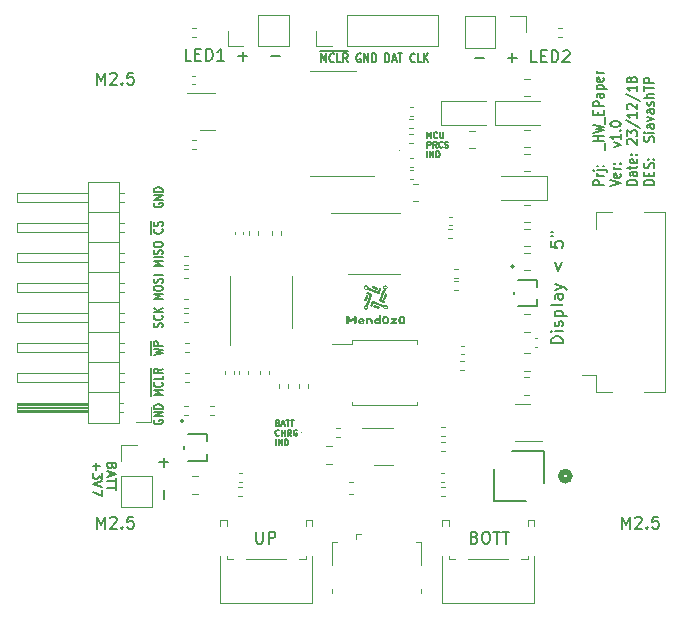
<source format=gbr>
%TF.GenerationSoftware,KiCad,Pcbnew,7.0.9*%
%TF.CreationDate,2023-12-18T09:55:38-05:00*%
%TF.ProjectId,_HW_EPaper,5f48575f-4550-4617-9065-722e6b696361,v1.0*%
%TF.SameCoordinates,Original*%
%TF.FileFunction,Legend,Top*%
%TF.FilePolarity,Positive*%
%FSLAX46Y46*%
G04 Gerber Fmt 4.6, Leading zero omitted, Abs format (unit mm)*
G04 Created by KiCad (PCBNEW 7.0.9) date 2023-12-18 09:55:38*
%MOMM*%
%LPD*%
G01*
G04 APERTURE LIST*
%ADD10C,0.150000*%
%ADD11C,0.127000*%
%ADD12C,0.120000*%
%ADD13C,0.100000*%
%ADD14C,0.152400*%
%ADD15C,0.508000*%
G04 APERTURE END LIST*
D10*
X102698779Y-158238819D02*
X102698779Y-157238819D01*
X102698779Y-157238819D02*
X103032112Y-157953104D01*
X103032112Y-157953104D02*
X103365445Y-157238819D01*
X103365445Y-157238819D02*
X103365445Y-158238819D01*
X103794017Y-157334057D02*
X103841636Y-157286438D01*
X103841636Y-157286438D02*
X103936874Y-157238819D01*
X103936874Y-157238819D02*
X104174969Y-157238819D01*
X104174969Y-157238819D02*
X104270207Y-157286438D01*
X104270207Y-157286438D02*
X104317826Y-157334057D01*
X104317826Y-157334057D02*
X104365445Y-157429295D01*
X104365445Y-157429295D02*
X104365445Y-157524533D01*
X104365445Y-157524533D02*
X104317826Y-157667390D01*
X104317826Y-157667390D02*
X103746398Y-158238819D01*
X103746398Y-158238819D02*
X104365445Y-158238819D01*
X104794017Y-158143580D02*
X104841636Y-158191200D01*
X104841636Y-158191200D02*
X104794017Y-158238819D01*
X104794017Y-158238819D02*
X104746398Y-158191200D01*
X104746398Y-158191200D02*
X104794017Y-158143580D01*
X104794017Y-158143580D02*
X104794017Y-158238819D01*
X105746397Y-157238819D02*
X105270207Y-157238819D01*
X105270207Y-157238819D02*
X105222588Y-157715009D01*
X105222588Y-157715009D02*
X105270207Y-157667390D01*
X105270207Y-157667390D02*
X105365445Y-157619771D01*
X105365445Y-157619771D02*
X105603540Y-157619771D01*
X105603540Y-157619771D02*
X105698778Y-157667390D01*
X105698778Y-157667390D02*
X105746397Y-157715009D01*
X105746397Y-157715009D02*
X105794016Y-157810247D01*
X105794016Y-157810247D02*
X105794016Y-158048342D01*
X105794016Y-158048342D02*
X105746397Y-158143580D01*
X105746397Y-158143580D02*
X105698778Y-158191200D01*
X105698778Y-158191200D02*
X105603540Y-158238819D01*
X105603540Y-158238819D02*
X105365445Y-158238819D01*
X105365445Y-158238819D02*
X105270207Y-158191200D01*
X105270207Y-158191200D02*
X105222588Y-158143580D01*
D11*
X117975837Y-149286371D02*
X118048409Y-149310561D01*
X118048409Y-149310561D02*
X118072599Y-149334752D01*
X118072599Y-149334752D02*
X118096790Y-149383133D01*
X118096790Y-149383133D02*
X118096790Y-149455704D01*
X118096790Y-149455704D02*
X118072599Y-149504085D01*
X118072599Y-149504085D02*
X118048409Y-149528276D01*
X118048409Y-149528276D02*
X118000028Y-149552466D01*
X118000028Y-149552466D02*
X117806504Y-149552466D01*
X117806504Y-149552466D02*
X117806504Y-149044466D01*
X117806504Y-149044466D02*
X117975837Y-149044466D01*
X117975837Y-149044466D02*
X118024218Y-149068656D01*
X118024218Y-149068656D02*
X118048409Y-149092847D01*
X118048409Y-149092847D02*
X118072599Y-149141228D01*
X118072599Y-149141228D02*
X118072599Y-149189609D01*
X118072599Y-149189609D02*
X118048409Y-149237990D01*
X118048409Y-149237990D02*
X118024218Y-149262180D01*
X118024218Y-149262180D02*
X117975837Y-149286371D01*
X117975837Y-149286371D02*
X117806504Y-149286371D01*
X118290313Y-149407323D02*
X118532218Y-149407323D01*
X118241932Y-149552466D02*
X118411266Y-149044466D01*
X118411266Y-149044466D02*
X118580599Y-149552466D01*
X118677361Y-149044466D02*
X118967647Y-149044466D01*
X118822504Y-149552466D02*
X118822504Y-149044466D01*
X119064409Y-149044466D02*
X119354695Y-149044466D01*
X119209552Y-149552466D02*
X119209552Y-149044466D01*
X118096790Y-150321965D02*
X118072599Y-150346156D01*
X118072599Y-150346156D02*
X118000028Y-150370346D01*
X118000028Y-150370346D02*
X117951647Y-150370346D01*
X117951647Y-150370346D02*
X117879075Y-150346156D01*
X117879075Y-150346156D02*
X117830694Y-150297775D01*
X117830694Y-150297775D02*
X117806504Y-150249394D01*
X117806504Y-150249394D02*
X117782313Y-150152632D01*
X117782313Y-150152632D02*
X117782313Y-150080060D01*
X117782313Y-150080060D02*
X117806504Y-149983298D01*
X117806504Y-149983298D02*
X117830694Y-149934917D01*
X117830694Y-149934917D02*
X117879075Y-149886536D01*
X117879075Y-149886536D02*
X117951647Y-149862346D01*
X117951647Y-149862346D02*
X118000028Y-149862346D01*
X118000028Y-149862346D02*
X118072599Y-149886536D01*
X118072599Y-149886536D02*
X118096790Y-149910727D01*
X118314504Y-150370346D02*
X118314504Y-149862346D01*
X118314504Y-150104251D02*
X118604790Y-150104251D01*
X118604790Y-150370346D02*
X118604790Y-149862346D01*
X119136980Y-150370346D02*
X118967646Y-150128441D01*
X118846694Y-150370346D02*
X118846694Y-149862346D01*
X118846694Y-149862346D02*
X119040218Y-149862346D01*
X119040218Y-149862346D02*
X119088599Y-149886536D01*
X119088599Y-149886536D02*
X119112789Y-149910727D01*
X119112789Y-149910727D02*
X119136980Y-149959108D01*
X119136980Y-149959108D02*
X119136980Y-150031679D01*
X119136980Y-150031679D02*
X119112789Y-150080060D01*
X119112789Y-150080060D02*
X119088599Y-150104251D01*
X119088599Y-150104251D02*
X119040218Y-150128441D01*
X119040218Y-150128441D02*
X118846694Y-150128441D01*
X119620789Y-149886536D02*
X119572408Y-149862346D01*
X119572408Y-149862346D02*
X119499837Y-149862346D01*
X119499837Y-149862346D02*
X119427265Y-149886536D01*
X119427265Y-149886536D02*
X119378884Y-149934917D01*
X119378884Y-149934917D02*
X119354694Y-149983298D01*
X119354694Y-149983298D02*
X119330503Y-150080060D01*
X119330503Y-150080060D02*
X119330503Y-150152632D01*
X119330503Y-150152632D02*
X119354694Y-150249394D01*
X119354694Y-150249394D02*
X119378884Y-150297775D01*
X119378884Y-150297775D02*
X119427265Y-150346156D01*
X119427265Y-150346156D02*
X119499837Y-150370346D01*
X119499837Y-150370346D02*
X119548218Y-150370346D01*
X119548218Y-150370346D02*
X119620789Y-150346156D01*
X119620789Y-150346156D02*
X119644980Y-150321965D01*
X119644980Y-150321965D02*
X119644980Y-150152632D01*
X119644980Y-150152632D02*
X119548218Y-150152632D01*
X117806504Y-151188226D02*
X117806504Y-150680226D01*
X118048409Y-151188226D02*
X118048409Y-150680226D01*
X118048409Y-150680226D02*
X118338695Y-151188226D01*
X118338695Y-151188226D02*
X118338695Y-150680226D01*
X118580599Y-151188226D02*
X118580599Y-150680226D01*
X118580599Y-150680226D02*
X118701551Y-150680226D01*
X118701551Y-150680226D02*
X118774123Y-150704416D01*
X118774123Y-150704416D02*
X118822504Y-150752797D01*
X118822504Y-150752797D02*
X118846694Y-150801178D01*
X118846694Y-150801178D02*
X118870885Y-150897940D01*
X118870885Y-150897940D02*
X118870885Y-150970512D01*
X118870885Y-150970512D02*
X118846694Y-151067274D01*
X118846694Y-151067274D02*
X118822504Y-151115655D01*
X118822504Y-151115655D02*
X118774123Y-151164036D01*
X118774123Y-151164036D02*
X118701551Y-151188226D01*
X118701551Y-151188226D02*
X118580599Y-151188226D01*
D10*
X134702779Y-118360866D02*
X135464684Y-118360866D01*
X137464684Y-118360866D02*
X138226589Y-118360866D01*
X137845636Y-118741819D02*
X137845636Y-117979914D01*
X139940874Y-118741819D02*
X139464684Y-118741819D01*
X139464684Y-118741819D02*
X139464684Y-117741819D01*
X140274208Y-118218009D02*
X140607541Y-118218009D01*
X140750398Y-118741819D02*
X140274208Y-118741819D01*
X140274208Y-118741819D02*
X140274208Y-117741819D01*
X140274208Y-117741819D02*
X140750398Y-117741819D01*
X141178970Y-118741819D02*
X141178970Y-117741819D01*
X141178970Y-117741819D02*
X141417065Y-117741819D01*
X141417065Y-117741819D02*
X141559922Y-117789438D01*
X141559922Y-117789438D02*
X141655160Y-117884676D01*
X141655160Y-117884676D02*
X141702779Y-117979914D01*
X141702779Y-117979914D02*
X141750398Y-118170390D01*
X141750398Y-118170390D02*
X141750398Y-118313247D01*
X141750398Y-118313247D02*
X141702779Y-118503723D01*
X141702779Y-118503723D02*
X141655160Y-118598961D01*
X141655160Y-118598961D02*
X141559922Y-118694200D01*
X141559922Y-118694200D02*
X141417065Y-118741819D01*
X141417065Y-118741819D02*
X141178970Y-118741819D01*
X142131351Y-117837057D02*
X142178970Y-117789438D01*
X142178970Y-117789438D02*
X142274208Y-117741819D01*
X142274208Y-117741819D02*
X142512303Y-117741819D01*
X142512303Y-117741819D02*
X142607541Y-117789438D01*
X142607541Y-117789438D02*
X142655160Y-117837057D01*
X142655160Y-117837057D02*
X142702779Y-117932295D01*
X142702779Y-117932295D02*
X142702779Y-118027533D01*
X142702779Y-118027533D02*
X142655160Y-118170390D01*
X142655160Y-118170390D02*
X142083732Y-118741819D01*
X142083732Y-118741819D02*
X142702779Y-118741819D01*
X116160779Y-158508819D02*
X116160779Y-159318342D01*
X116160779Y-159318342D02*
X116208398Y-159413580D01*
X116208398Y-159413580D02*
X116256017Y-159461200D01*
X116256017Y-159461200D02*
X116351255Y-159508819D01*
X116351255Y-159508819D02*
X116541731Y-159508819D01*
X116541731Y-159508819D02*
X116636969Y-159461200D01*
X116636969Y-159461200D02*
X116684588Y-159413580D01*
X116684588Y-159413580D02*
X116732207Y-159318342D01*
X116732207Y-159318342D02*
X116732207Y-158508819D01*
X117208398Y-159508819D02*
X117208398Y-158508819D01*
X117208398Y-158508819D02*
X117589350Y-158508819D01*
X117589350Y-158508819D02*
X117684588Y-158556438D01*
X117684588Y-158556438D02*
X117732207Y-158604057D01*
X117732207Y-158604057D02*
X117779826Y-158699295D01*
X117779826Y-158699295D02*
X117779826Y-158842152D01*
X117779826Y-158842152D02*
X117732207Y-158937390D01*
X117732207Y-158937390D02*
X117684588Y-158985009D01*
X117684588Y-158985009D02*
X117589350Y-159032628D01*
X117589350Y-159032628D02*
X117208398Y-159032628D01*
X102698779Y-120646819D02*
X102698779Y-119646819D01*
X102698779Y-119646819D02*
X103032112Y-120361104D01*
X103032112Y-120361104D02*
X103365445Y-119646819D01*
X103365445Y-119646819D02*
X103365445Y-120646819D01*
X103794017Y-119742057D02*
X103841636Y-119694438D01*
X103841636Y-119694438D02*
X103936874Y-119646819D01*
X103936874Y-119646819D02*
X104174969Y-119646819D01*
X104174969Y-119646819D02*
X104270207Y-119694438D01*
X104270207Y-119694438D02*
X104317826Y-119742057D01*
X104317826Y-119742057D02*
X104365445Y-119837295D01*
X104365445Y-119837295D02*
X104365445Y-119932533D01*
X104365445Y-119932533D02*
X104317826Y-120075390D01*
X104317826Y-120075390D02*
X103746398Y-120646819D01*
X103746398Y-120646819D02*
X104365445Y-120646819D01*
X104794017Y-120551580D02*
X104841636Y-120599200D01*
X104841636Y-120599200D02*
X104794017Y-120646819D01*
X104794017Y-120646819D02*
X104746398Y-120599200D01*
X104746398Y-120599200D02*
X104794017Y-120551580D01*
X104794017Y-120551580D02*
X104794017Y-120646819D01*
X105746397Y-119646819D02*
X105270207Y-119646819D01*
X105270207Y-119646819D02*
X105222588Y-120123009D01*
X105222588Y-120123009D02*
X105270207Y-120075390D01*
X105270207Y-120075390D02*
X105365445Y-120027771D01*
X105365445Y-120027771D02*
X105603540Y-120027771D01*
X105603540Y-120027771D02*
X105698778Y-120075390D01*
X105698778Y-120075390D02*
X105746397Y-120123009D01*
X105746397Y-120123009D02*
X105794016Y-120218247D01*
X105794016Y-120218247D02*
X105794016Y-120456342D01*
X105794016Y-120456342D02*
X105746397Y-120551580D01*
X105746397Y-120551580D02*
X105698778Y-120599200D01*
X105698778Y-120599200D02*
X105603540Y-120646819D01*
X105603540Y-120646819D02*
X105365445Y-120646819D01*
X105365445Y-120646819D02*
X105270207Y-120599200D01*
X105270207Y-120599200D02*
X105222588Y-120551580D01*
X108334133Y-152228779D02*
X108334133Y-152990684D01*
X107953180Y-152609731D02*
X108715085Y-152609731D01*
X108334133Y-154990684D02*
X108334133Y-155752589D01*
D11*
X130633504Y-125168466D02*
X130633504Y-124660466D01*
X130633504Y-124660466D02*
X130802837Y-125023323D01*
X130802837Y-125023323D02*
X130972171Y-124660466D01*
X130972171Y-124660466D02*
X130972171Y-125168466D01*
X131504361Y-125120085D02*
X131480170Y-125144276D01*
X131480170Y-125144276D02*
X131407599Y-125168466D01*
X131407599Y-125168466D02*
X131359218Y-125168466D01*
X131359218Y-125168466D02*
X131286646Y-125144276D01*
X131286646Y-125144276D02*
X131238265Y-125095895D01*
X131238265Y-125095895D02*
X131214075Y-125047514D01*
X131214075Y-125047514D02*
X131189884Y-124950752D01*
X131189884Y-124950752D02*
X131189884Y-124878180D01*
X131189884Y-124878180D02*
X131214075Y-124781418D01*
X131214075Y-124781418D02*
X131238265Y-124733037D01*
X131238265Y-124733037D02*
X131286646Y-124684656D01*
X131286646Y-124684656D02*
X131359218Y-124660466D01*
X131359218Y-124660466D02*
X131407599Y-124660466D01*
X131407599Y-124660466D02*
X131480170Y-124684656D01*
X131480170Y-124684656D02*
X131504361Y-124708847D01*
X131722075Y-124660466D02*
X131722075Y-125071704D01*
X131722075Y-125071704D02*
X131746265Y-125120085D01*
X131746265Y-125120085D02*
X131770456Y-125144276D01*
X131770456Y-125144276D02*
X131818837Y-125168466D01*
X131818837Y-125168466D02*
X131915599Y-125168466D01*
X131915599Y-125168466D02*
X131963980Y-125144276D01*
X131963980Y-125144276D02*
X131988170Y-125120085D01*
X131988170Y-125120085D02*
X132012361Y-125071704D01*
X132012361Y-125071704D02*
X132012361Y-124660466D01*
X130633504Y-125986346D02*
X130633504Y-125478346D01*
X130633504Y-125478346D02*
X130827028Y-125478346D01*
X130827028Y-125478346D02*
X130875409Y-125502536D01*
X130875409Y-125502536D02*
X130899599Y-125526727D01*
X130899599Y-125526727D02*
X130923790Y-125575108D01*
X130923790Y-125575108D02*
X130923790Y-125647679D01*
X130923790Y-125647679D02*
X130899599Y-125696060D01*
X130899599Y-125696060D02*
X130875409Y-125720251D01*
X130875409Y-125720251D02*
X130827028Y-125744441D01*
X130827028Y-125744441D02*
X130633504Y-125744441D01*
X131431790Y-125986346D02*
X131262456Y-125744441D01*
X131141504Y-125986346D02*
X131141504Y-125478346D01*
X131141504Y-125478346D02*
X131335028Y-125478346D01*
X131335028Y-125478346D02*
X131383409Y-125502536D01*
X131383409Y-125502536D02*
X131407599Y-125526727D01*
X131407599Y-125526727D02*
X131431790Y-125575108D01*
X131431790Y-125575108D02*
X131431790Y-125647679D01*
X131431790Y-125647679D02*
X131407599Y-125696060D01*
X131407599Y-125696060D02*
X131383409Y-125720251D01*
X131383409Y-125720251D02*
X131335028Y-125744441D01*
X131335028Y-125744441D02*
X131141504Y-125744441D01*
X131939790Y-125937965D02*
X131915599Y-125962156D01*
X131915599Y-125962156D02*
X131843028Y-125986346D01*
X131843028Y-125986346D02*
X131794647Y-125986346D01*
X131794647Y-125986346D02*
X131722075Y-125962156D01*
X131722075Y-125962156D02*
X131673694Y-125913775D01*
X131673694Y-125913775D02*
X131649504Y-125865394D01*
X131649504Y-125865394D02*
X131625313Y-125768632D01*
X131625313Y-125768632D02*
X131625313Y-125696060D01*
X131625313Y-125696060D02*
X131649504Y-125599298D01*
X131649504Y-125599298D02*
X131673694Y-125550917D01*
X131673694Y-125550917D02*
X131722075Y-125502536D01*
X131722075Y-125502536D02*
X131794647Y-125478346D01*
X131794647Y-125478346D02*
X131843028Y-125478346D01*
X131843028Y-125478346D02*
X131915599Y-125502536D01*
X131915599Y-125502536D02*
X131939790Y-125526727D01*
X132133313Y-125962156D02*
X132205885Y-125986346D01*
X132205885Y-125986346D02*
X132326837Y-125986346D01*
X132326837Y-125986346D02*
X132375218Y-125962156D01*
X132375218Y-125962156D02*
X132399409Y-125937965D01*
X132399409Y-125937965D02*
X132423599Y-125889584D01*
X132423599Y-125889584D02*
X132423599Y-125841203D01*
X132423599Y-125841203D02*
X132399409Y-125792822D01*
X132399409Y-125792822D02*
X132375218Y-125768632D01*
X132375218Y-125768632D02*
X132326837Y-125744441D01*
X132326837Y-125744441D02*
X132230075Y-125720251D01*
X132230075Y-125720251D02*
X132181694Y-125696060D01*
X132181694Y-125696060D02*
X132157504Y-125671870D01*
X132157504Y-125671870D02*
X132133313Y-125623489D01*
X132133313Y-125623489D02*
X132133313Y-125575108D01*
X132133313Y-125575108D02*
X132157504Y-125526727D01*
X132157504Y-125526727D02*
X132181694Y-125502536D01*
X132181694Y-125502536D02*
X132230075Y-125478346D01*
X132230075Y-125478346D02*
X132351028Y-125478346D01*
X132351028Y-125478346D02*
X132423599Y-125502536D01*
X130633504Y-126804226D02*
X130633504Y-126296226D01*
X130875409Y-126804226D02*
X130875409Y-126296226D01*
X130875409Y-126296226D02*
X131165695Y-126804226D01*
X131165695Y-126804226D02*
X131165695Y-126296226D01*
X131407599Y-126804226D02*
X131407599Y-126296226D01*
X131407599Y-126296226D02*
X131528551Y-126296226D01*
X131528551Y-126296226D02*
X131601123Y-126320416D01*
X131601123Y-126320416D02*
X131649504Y-126368797D01*
X131649504Y-126368797D02*
X131673694Y-126417178D01*
X131673694Y-126417178D02*
X131697885Y-126513940D01*
X131697885Y-126513940D02*
X131697885Y-126586512D01*
X131697885Y-126586512D02*
X131673694Y-126683274D01*
X131673694Y-126683274D02*
X131649504Y-126731655D01*
X131649504Y-126731655D02*
X131601123Y-126780036D01*
X131601123Y-126780036D02*
X131528551Y-126804226D01*
X131528551Y-126804226D02*
X131407599Y-126804226D01*
D10*
X145576534Y-129132887D02*
X144687534Y-129132887D01*
X144687534Y-129132887D02*
X144687534Y-128842601D01*
X144687534Y-128842601D02*
X144729867Y-128770030D01*
X144729867Y-128770030D02*
X144772201Y-128733744D01*
X144772201Y-128733744D02*
X144856867Y-128697458D01*
X144856867Y-128697458D02*
X144983867Y-128697458D01*
X144983867Y-128697458D02*
X145068534Y-128733744D01*
X145068534Y-128733744D02*
X145110867Y-128770030D01*
X145110867Y-128770030D02*
X145153201Y-128842601D01*
X145153201Y-128842601D02*
X145153201Y-129132887D01*
X145576534Y-128370887D02*
X144983867Y-128370887D01*
X145153201Y-128370887D02*
X145068534Y-128334601D01*
X145068534Y-128334601D02*
X145026201Y-128298316D01*
X145026201Y-128298316D02*
X144983867Y-128225744D01*
X144983867Y-128225744D02*
X144983867Y-128153173D01*
X144983867Y-127899173D02*
X145745867Y-127899173D01*
X145745867Y-127899173D02*
X145830534Y-127935459D01*
X145830534Y-127935459D02*
X145872867Y-128008030D01*
X145872867Y-128008030D02*
X145872867Y-128044316D01*
X144687534Y-127899173D02*
X144729867Y-127935459D01*
X144729867Y-127935459D02*
X144772201Y-127899173D01*
X144772201Y-127899173D02*
X144729867Y-127862887D01*
X144729867Y-127862887D02*
X144687534Y-127899173D01*
X144687534Y-127899173D02*
X144772201Y-127899173D01*
X145491867Y-127536316D02*
X145534201Y-127500030D01*
X145534201Y-127500030D02*
X145576534Y-127536316D01*
X145576534Y-127536316D02*
X145534201Y-127572602D01*
X145534201Y-127572602D02*
X145491867Y-127536316D01*
X145491867Y-127536316D02*
X145576534Y-127536316D01*
X145026201Y-127536316D02*
X145068534Y-127500030D01*
X145068534Y-127500030D02*
X145110867Y-127536316D01*
X145110867Y-127536316D02*
X145068534Y-127572602D01*
X145068534Y-127572602D02*
X145026201Y-127536316D01*
X145026201Y-127536316D02*
X145110867Y-127536316D01*
X145661201Y-126193746D02*
X145661201Y-125613174D01*
X145576534Y-125431746D02*
X144687534Y-125431746D01*
X145110867Y-125431746D02*
X145110867Y-124996317D01*
X145576534Y-124996317D02*
X144687534Y-124996317D01*
X144687534Y-124706031D02*
X145576534Y-124524603D01*
X145576534Y-124524603D02*
X144941534Y-124379460D01*
X144941534Y-124379460D02*
X145576534Y-124234317D01*
X145576534Y-124234317D02*
X144687534Y-124052889D01*
X145661201Y-123944032D02*
X145661201Y-123363460D01*
X145110867Y-123182032D02*
X145110867Y-122928032D01*
X145576534Y-122819175D02*
X145576534Y-123182032D01*
X145576534Y-123182032D02*
X144687534Y-123182032D01*
X144687534Y-123182032D02*
X144687534Y-122819175D01*
X145576534Y-122492603D02*
X144687534Y-122492603D01*
X144687534Y-122492603D02*
X144687534Y-122202317D01*
X144687534Y-122202317D02*
X144729867Y-122129746D01*
X144729867Y-122129746D02*
X144772201Y-122093460D01*
X144772201Y-122093460D02*
X144856867Y-122057174D01*
X144856867Y-122057174D02*
X144983867Y-122057174D01*
X144983867Y-122057174D02*
X145068534Y-122093460D01*
X145068534Y-122093460D02*
X145110867Y-122129746D01*
X145110867Y-122129746D02*
X145153201Y-122202317D01*
X145153201Y-122202317D02*
X145153201Y-122492603D01*
X145576534Y-121404032D02*
X145110867Y-121404032D01*
X145110867Y-121404032D02*
X145026201Y-121440317D01*
X145026201Y-121440317D02*
X144983867Y-121512889D01*
X144983867Y-121512889D02*
X144983867Y-121658032D01*
X144983867Y-121658032D02*
X145026201Y-121730603D01*
X145534201Y-121404032D02*
X145576534Y-121476603D01*
X145576534Y-121476603D02*
X145576534Y-121658032D01*
X145576534Y-121658032D02*
X145534201Y-121730603D01*
X145534201Y-121730603D02*
X145449534Y-121766889D01*
X145449534Y-121766889D02*
X145364867Y-121766889D01*
X145364867Y-121766889D02*
X145280201Y-121730603D01*
X145280201Y-121730603D02*
X145237867Y-121658032D01*
X145237867Y-121658032D02*
X145237867Y-121476603D01*
X145237867Y-121476603D02*
X145195534Y-121404032D01*
X144983867Y-121041174D02*
X145872867Y-121041174D01*
X145026201Y-121041174D02*
X144983867Y-120968603D01*
X144983867Y-120968603D02*
X144983867Y-120823460D01*
X144983867Y-120823460D02*
X145026201Y-120750888D01*
X145026201Y-120750888D02*
X145068534Y-120714603D01*
X145068534Y-120714603D02*
X145153201Y-120678317D01*
X145153201Y-120678317D02*
X145407201Y-120678317D01*
X145407201Y-120678317D02*
X145491867Y-120714603D01*
X145491867Y-120714603D02*
X145534201Y-120750888D01*
X145534201Y-120750888D02*
X145576534Y-120823460D01*
X145576534Y-120823460D02*
X145576534Y-120968603D01*
X145576534Y-120968603D02*
X145534201Y-121041174D01*
X145534201Y-120061459D02*
X145576534Y-120134031D01*
X145576534Y-120134031D02*
X145576534Y-120279174D01*
X145576534Y-120279174D02*
X145534201Y-120351745D01*
X145534201Y-120351745D02*
X145449534Y-120388031D01*
X145449534Y-120388031D02*
X145110867Y-120388031D01*
X145110867Y-120388031D02*
X145026201Y-120351745D01*
X145026201Y-120351745D02*
X144983867Y-120279174D01*
X144983867Y-120279174D02*
X144983867Y-120134031D01*
X144983867Y-120134031D02*
X145026201Y-120061459D01*
X145026201Y-120061459D02*
X145110867Y-120025174D01*
X145110867Y-120025174D02*
X145195534Y-120025174D01*
X145195534Y-120025174D02*
X145280201Y-120388031D01*
X145576534Y-119698602D02*
X144983867Y-119698602D01*
X145153201Y-119698602D02*
X145068534Y-119662316D01*
X145068534Y-119662316D02*
X145026201Y-119626031D01*
X145026201Y-119626031D02*
X144983867Y-119553459D01*
X144983867Y-119553459D02*
X144983867Y-119480888D01*
X146118824Y-129241744D02*
X147007824Y-128987744D01*
X147007824Y-128987744D02*
X146118824Y-128733744D01*
X146965491Y-128189458D02*
X147007824Y-128262030D01*
X147007824Y-128262030D02*
X147007824Y-128407173D01*
X147007824Y-128407173D02*
X146965491Y-128479744D01*
X146965491Y-128479744D02*
X146880824Y-128516030D01*
X146880824Y-128516030D02*
X146542157Y-128516030D01*
X146542157Y-128516030D02*
X146457491Y-128479744D01*
X146457491Y-128479744D02*
X146415157Y-128407173D01*
X146415157Y-128407173D02*
X146415157Y-128262030D01*
X146415157Y-128262030D02*
X146457491Y-128189458D01*
X146457491Y-128189458D02*
X146542157Y-128153173D01*
X146542157Y-128153173D02*
X146626824Y-128153173D01*
X146626824Y-128153173D02*
X146711491Y-128516030D01*
X147007824Y-127826601D02*
X146415157Y-127826601D01*
X146584491Y-127826601D02*
X146499824Y-127790315D01*
X146499824Y-127790315D02*
X146457491Y-127754030D01*
X146457491Y-127754030D02*
X146415157Y-127681458D01*
X146415157Y-127681458D02*
X146415157Y-127608887D01*
X146923157Y-127354887D02*
X146965491Y-127318601D01*
X146965491Y-127318601D02*
X147007824Y-127354887D01*
X147007824Y-127354887D02*
X146965491Y-127391173D01*
X146965491Y-127391173D02*
X146923157Y-127354887D01*
X146923157Y-127354887D02*
X147007824Y-127354887D01*
X146457491Y-127354887D02*
X146499824Y-127318601D01*
X146499824Y-127318601D02*
X146542157Y-127354887D01*
X146542157Y-127354887D02*
X146499824Y-127391173D01*
X146499824Y-127391173D02*
X146457491Y-127354887D01*
X146457491Y-127354887D02*
X146542157Y-127354887D01*
X146415157Y-125903459D02*
X147007824Y-125722031D01*
X147007824Y-125722031D02*
X146415157Y-125540602D01*
X147007824Y-124851174D02*
X147007824Y-125286603D01*
X147007824Y-125068888D02*
X146118824Y-125068888D01*
X146118824Y-125068888D02*
X146245824Y-125141460D01*
X146245824Y-125141460D02*
X146330491Y-125214031D01*
X146330491Y-125214031D02*
X146372824Y-125286603D01*
X146923157Y-124524603D02*
X146965491Y-124488317D01*
X146965491Y-124488317D02*
X147007824Y-124524603D01*
X147007824Y-124524603D02*
X146965491Y-124560889D01*
X146965491Y-124560889D02*
X146923157Y-124524603D01*
X146923157Y-124524603D02*
X147007824Y-124524603D01*
X146118824Y-124016603D02*
X146118824Y-123944032D01*
X146118824Y-123944032D02*
X146161157Y-123871460D01*
X146161157Y-123871460D02*
X146203491Y-123835175D01*
X146203491Y-123835175D02*
X146288157Y-123798889D01*
X146288157Y-123798889D02*
X146457491Y-123762603D01*
X146457491Y-123762603D02*
X146669157Y-123762603D01*
X146669157Y-123762603D02*
X146838491Y-123798889D01*
X146838491Y-123798889D02*
X146923157Y-123835175D01*
X146923157Y-123835175D02*
X146965491Y-123871460D01*
X146965491Y-123871460D02*
X147007824Y-123944032D01*
X147007824Y-123944032D02*
X147007824Y-124016603D01*
X147007824Y-124016603D02*
X146965491Y-124089175D01*
X146965491Y-124089175D02*
X146923157Y-124125460D01*
X146923157Y-124125460D02*
X146838491Y-124161746D01*
X146838491Y-124161746D02*
X146669157Y-124198032D01*
X146669157Y-124198032D02*
X146457491Y-124198032D01*
X146457491Y-124198032D02*
X146288157Y-124161746D01*
X146288157Y-124161746D02*
X146203491Y-124125460D01*
X146203491Y-124125460D02*
X146161157Y-124089175D01*
X146161157Y-124089175D02*
X146118824Y-124016603D01*
X148439114Y-129132887D02*
X147550114Y-129132887D01*
X147550114Y-129132887D02*
X147550114Y-128951458D01*
X147550114Y-128951458D02*
X147592447Y-128842601D01*
X147592447Y-128842601D02*
X147677114Y-128770030D01*
X147677114Y-128770030D02*
X147761781Y-128733744D01*
X147761781Y-128733744D02*
X147931114Y-128697458D01*
X147931114Y-128697458D02*
X148058114Y-128697458D01*
X148058114Y-128697458D02*
X148227447Y-128733744D01*
X148227447Y-128733744D02*
X148312114Y-128770030D01*
X148312114Y-128770030D02*
X148396781Y-128842601D01*
X148396781Y-128842601D02*
X148439114Y-128951458D01*
X148439114Y-128951458D02*
X148439114Y-129132887D01*
X148439114Y-128044316D02*
X147973447Y-128044316D01*
X147973447Y-128044316D02*
X147888781Y-128080601D01*
X147888781Y-128080601D02*
X147846447Y-128153173D01*
X147846447Y-128153173D02*
X147846447Y-128298316D01*
X147846447Y-128298316D02*
X147888781Y-128370887D01*
X148396781Y-128044316D02*
X148439114Y-128116887D01*
X148439114Y-128116887D02*
X148439114Y-128298316D01*
X148439114Y-128298316D02*
X148396781Y-128370887D01*
X148396781Y-128370887D02*
X148312114Y-128407173D01*
X148312114Y-128407173D02*
X148227447Y-128407173D01*
X148227447Y-128407173D02*
X148142781Y-128370887D01*
X148142781Y-128370887D02*
X148100447Y-128298316D01*
X148100447Y-128298316D02*
X148100447Y-128116887D01*
X148100447Y-128116887D02*
X148058114Y-128044316D01*
X147846447Y-127790315D02*
X147846447Y-127500029D01*
X147550114Y-127681458D02*
X148312114Y-127681458D01*
X148312114Y-127681458D02*
X148396781Y-127645172D01*
X148396781Y-127645172D02*
X148439114Y-127572601D01*
X148439114Y-127572601D02*
X148439114Y-127500029D01*
X148396781Y-126955743D02*
X148439114Y-127028315D01*
X148439114Y-127028315D02*
X148439114Y-127173458D01*
X148439114Y-127173458D02*
X148396781Y-127246029D01*
X148396781Y-127246029D02*
X148312114Y-127282315D01*
X148312114Y-127282315D02*
X147973447Y-127282315D01*
X147973447Y-127282315D02*
X147888781Y-127246029D01*
X147888781Y-127246029D02*
X147846447Y-127173458D01*
X147846447Y-127173458D02*
X147846447Y-127028315D01*
X147846447Y-127028315D02*
X147888781Y-126955743D01*
X147888781Y-126955743D02*
X147973447Y-126919458D01*
X147973447Y-126919458D02*
X148058114Y-126919458D01*
X148058114Y-126919458D02*
X148142781Y-127282315D01*
X148354447Y-126592886D02*
X148396781Y-126556600D01*
X148396781Y-126556600D02*
X148439114Y-126592886D01*
X148439114Y-126592886D02*
X148396781Y-126629172D01*
X148396781Y-126629172D02*
X148354447Y-126592886D01*
X148354447Y-126592886D02*
X148439114Y-126592886D01*
X147888781Y-126592886D02*
X147931114Y-126556600D01*
X147931114Y-126556600D02*
X147973447Y-126592886D01*
X147973447Y-126592886D02*
X147931114Y-126629172D01*
X147931114Y-126629172D02*
X147888781Y-126592886D01*
X147888781Y-126592886D02*
X147973447Y-126592886D01*
X147634781Y-125685744D02*
X147592447Y-125649458D01*
X147592447Y-125649458D02*
X147550114Y-125576887D01*
X147550114Y-125576887D02*
X147550114Y-125395458D01*
X147550114Y-125395458D02*
X147592447Y-125322887D01*
X147592447Y-125322887D02*
X147634781Y-125286601D01*
X147634781Y-125286601D02*
X147719447Y-125250315D01*
X147719447Y-125250315D02*
X147804114Y-125250315D01*
X147804114Y-125250315D02*
X147931114Y-125286601D01*
X147931114Y-125286601D02*
X148439114Y-125722029D01*
X148439114Y-125722029D02*
X148439114Y-125250315D01*
X147550114Y-124996315D02*
X147550114Y-124524601D01*
X147550114Y-124524601D02*
X147888781Y-124778601D01*
X147888781Y-124778601D02*
X147888781Y-124669744D01*
X147888781Y-124669744D02*
X147931114Y-124597173D01*
X147931114Y-124597173D02*
X147973447Y-124560887D01*
X147973447Y-124560887D02*
X148058114Y-124524601D01*
X148058114Y-124524601D02*
X148269781Y-124524601D01*
X148269781Y-124524601D02*
X148354447Y-124560887D01*
X148354447Y-124560887D02*
X148396781Y-124597173D01*
X148396781Y-124597173D02*
X148439114Y-124669744D01*
X148439114Y-124669744D02*
X148439114Y-124887458D01*
X148439114Y-124887458D02*
X148396781Y-124960030D01*
X148396781Y-124960030D02*
X148354447Y-124996315D01*
X147507781Y-123653744D02*
X148650781Y-124306887D01*
X148439114Y-123000601D02*
X148439114Y-123436030D01*
X148439114Y-123218315D02*
X147550114Y-123218315D01*
X147550114Y-123218315D02*
X147677114Y-123290887D01*
X147677114Y-123290887D02*
X147761781Y-123363458D01*
X147761781Y-123363458D02*
X147804114Y-123436030D01*
X147634781Y-122710316D02*
X147592447Y-122674030D01*
X147592447Y-122674030D02*
X147550114Y-122601459D01*
X147550114Y-122601459D02*
X147550114Y-122420030D01*
X147550114Y-122420030D02*
X147592447Y-122347459D01*
X147592447Y-122347459D02*
X147634781Y-122311173D01*
X147634781Y-122311173D02*
X147719447Y-122274887D01*
X147719447Y-122274887D02*
X147804114Y-122274887D01*
X147804114Y-122274887D02*
X147931114Y-122311173D01*
X147931114Y-122311173D02*
X148439114Y-122746601D01*
X148439114Y-122746601D02*
X148439114Y-122274887D01*
X147507781Y-121404030D02*
X148650781Y-122057173D01*
X148439114Y-120750887D02*
X148439114Y-121186316D01*
X148439114Y-120968601D02*
X147550114Y-120968601D01*
X147550114Y-120968601D02*
X147677114Y-121041173D01*
X147677114Y-121041173D02*
X147761781Y-121113744D01*
X147761781Y-121113744D02*
X147804114Y-121186316D01*
X147931114Y-120315459D02*
X147888781Y-120388030D01*
X147888781Y-120388030D02*
X147846447Y-120424316D01*
X147846447Y-120424316D02*
X147761781Y-120460602D01*
X147761781Y-120460602D02*
X147719447Y-120460602D01*
X147719447Y-120460602D02*
X147634781Y-120424316D01*
X147634781Y-120424316D02*
X147592447Y-120388030D01*
X147592447Y-120388030D02*
X147550114Y-120315459D01*
X147550114Y-120315459D02*
X147550114Y-120170316D01*
X147550114Y-120170316D02*
X147592447Y-120097745D01*
X147592447Y-120097745D02*
X147634781Y-120061459D01*
X147634781Y-120061459D02*
X147719447Y-120025173D01*
X147719447Y-120025173D02*
X147761781Y-120025173D01*
X147761781Y-120025173D02*
X147846447Y-120061459D01*
X147846447Y-120061459D02*
X147888781Y-120097745D01*
X147888781Y-120097745D02*
X147931114Y-120170316D01*
X147931114Y-120170316D02*
X147931114Y-120315459D01*
X147931114Y-120315459D02*
X147973447Y-120388030D01*
X147973447Y-120388030D02*
X148015781Y-120424316D01*
X148015781Y-120424316D02*
X148100447Y-120460602D01*
X148100447Y-120460602D02*
X148269781Y-120460602D01*
X148269781Y-120460602D02*
X148354447Y-120424316D01*
X148354447Y-120424316D02*
X148396781Y-120388030D01*
X148396781Y-120388030D02*
X148439114Y-120315459D01*
X148439114Y-120315459D02*
X148439114Y-120170316D01*
X148439114Y-120170316D02*
X148396781Y-120097745D01*
X148396781Y-120097745D02*
X148354447Y-120061459D01*
X148354447Y-120061459D02*
X148269781Y-120025173D01*
X148269781Y-120025173D02*
X148100447Y-120025173D01*
X148100447Y-120025173D02*
X148015781Y-120061459D01*
X148015781Y-120061459D02*
X147973447Y-120097745D01*
X147973447Y-120097745D02*
X147931114Y-120170316D01*
X149870404Y-129132887D02*
X148981404Y-129132887D01*
X148981404Y-129132887D02*
X148981404Y-128951458D01*
X148981404Y-128951458D02*
X149023737Y-128842601D01*
X149023737Y-128842601D02*
X149108404Y-128770030D01*
X149108404Y-128770030D02*
X149193071Y-128733744D01*
X149193071Y-128733744D02*
X149362404Y-128697458D01*
X149362404Y-128697458D02*
X149489404Y-128697458D01*
X149489404Y-128697458D02*
X149658737Y-128733744D01*
X149658737Y-128733744D02*
X149743404Y-128770030D01*
X149743404Y-128770030D02*
X149828071Y-128842601D01*
X149828071Y-128842601D02*
X149870404Y-128951458D01*
X149870404Y-128951458D02*
X149870404Y-129132887D01*
X149404737Y-128370887D02*
X149404737Y-128116887D01*
X149870404Y-128008030D02*
X149870404Y-128370887D01*
X149870404Y-128370887D02*
X148981404Y-128370887D01*
X148981404Y-128370887D02*
X148981404Y-128008030D01*
X149828071Y-127717744D02*
X149870404Y-127608887D01*
X149870404Y-127608887D02*
X149870404Y-127427458D01*
X149870404Y-127427458D02*
X149828071Y-127354887D01*
X149828071Y-127354887D02*
X149785737Y-127318601D01*
X149785737Y-127318601D02*
X149701071Y-127282315D01*
X149701071Y-127282315D02*
X149616404Y-127282315D01*
X149616404Y-127282315D02*
X149531737Y-127318601D01*
X149531737Y-127318601D02*
X149489404Y-127354887D01*
X149489404Y-127354887D02*
X149447071Y-127427458D01*
X149447071Y-127427458D02*
X149404737Y-127572601D01*
X149404737Y-127572601D02*
X149362404Y-127645172D01*
X149362404Y-127645172D02*
X149320071Y-127681458D01*
X149320071Y-127681458D02*
X149235404Y-127717744D01*
X149235404Y-127717744D02*
X149150737Y-127717744D01*
X149150737Y-127717744D02*
X149066071Y-127681458D01*
X149066071Y-127681458D02*
X149023737Y-127645172D01*
X149023737Y-127645172D02*
X148981404Y-127572601D01*
X148981404Y-127572601D02*
X148981404Y-127391172D01*
X148981404Y-127391172D02*
X149023737Y-127282315D01*
X149785737Y-126955744D02*
X149828071Y-126919458D01*
X149828071Y-126919458D02*
X149870404Y-126955744D01*
X149870404Y-126955744D02*
X149828071Y-126992030D01*
X149828071Y-126992030D02*
X149785737Y-126955744D01*
X149785737Y-126955744D02*
X149870404Y-126955744D01*
X149320071Y-126955744D02*
X149362404Y-126919458D01*
X149362404Y-126919458D02*
X149404737Y-126955744D01*
X149404737Y-126955744D02*
X149362404Y-126992030D01*
X149362404Y-126992030D02*
X149320071Y-126955744D01*
X149320071Y-126955744D02*
X149404737Y-126955744D01*
X149828071Y-125468031D02*
X149870404Y-125359174D01*
X149870404Y-125359174D02*
X149870404Y-125177745D01*
X149870404Y-125177745D02*
X149828071Y-125105174D01*
X149828071Y-125105174D02*
X149785737Y-125068888D01*
X149785737Y-125068888D02*
X149701071Y-125032602D01*
X149701071Y-125032602D02*
X149616404Y-125032602D01*
X149616404Y-125032602D02*
X149531737Y-125068888D01*
X149531737Y-125068888D02*
X149489404Y-125105174D01*
X149489404Y-125105174D02*
X149447071Y-125177745D01*
X149447071Y-125177745D02*
X149404737Y-125322888D01*
X149404737Y-125322888D02*
X149362404Y-125395459D01*
X149362404Y-125395459D02*
X149320071Y-125431745D01*
X149320071Y-125431745D02*
X149235404Y-125468031D01*
X149235404Y-125468031D02*
X149150737Y-125468031D01*
X149150737Y-125468031D02*
X149066071Y-125431745D01*
X149066071Y-125431745D02*
X149023737Y-125395459D01*
X149023737Y-125395459D02*
X148981404Y-125322888D01*
X148981404Y-125322888D02*
X148981404Y-125141459D01*
X148981404Y-125141459D02*
X149023737Y-125032602D01*
X149870404Y-124706031D02*
X149277737Y-124706031D01*
X148981404Y-124706031D02*
X149023737Y-124742317D01*
X149023737Y-124742317D02*
X149066071Y-124706031D01*
X149066071Y-124706031D02*
X149023737Y-124669745D01*
X149023737Y-124669745D02*
X148981404Y-124706031D01*
X148981404Y-124706031D02*
X149066071Y-124706031D01*
X149870404Y-124016603D02*
X149404737Y-124016603D01*
X149404737Y-124016603D02*
X149320071Y-124052888D01*
X149320071Y-124052888D02*
X149277737Y-124125460D01*
X149277737Y-124125460D02*
X149277737Y-124270603D01*
X149277737Y-124270603D02*
X149320071Y-124343174D01*
X149828071Y-124016603D02*
X149870404Y-124089174D01*
X149870404Y-124089174D02*
X149870404Y-124270603D01*
X149870404Y-124270603D02*
X149828071Y-124343174D01*
X149828071Y-124343174D02*
X149743404Y-124379460D01*
X149743404Y-124379460D02*
X149658737Y-124379460D01*
X149658737Y-124379460D02*
X149574071Y-124343174D01*
X149574071Y-124343174D02*
X149531737Y-124270603D01*
X149531737Y-124270603D02*
X149531737Y-124089174D01*
X149531737Y-124089174D02*
X149489404Y-124016603D01*
X149277737Y-123726316D02*
X149870404Y-123544888D01*
X149870404Y-123544888D02*
X149277737Y-123363459D01*
X149870404Y-122746603D02*
X149404737Y-122746603D01*
X149404737Y-122746603D02*
X149320071Y-122782888D01*
X149320071Y-122782888D02*
X149277737Y-122855460D01*
X149277737Y-122855460D02*
X149277737Y-123000603D01*
X149277737Y-123000603D02*
X149320071Y-123073174D01*
X149828071Y-122746603D02*
X149870404Y-122819174D01*
X149870404Y-122819174D02*
X149870404Y-123000603D01*
X149870404Y-123000603D02*
X149828071Y-123073174D01*
X149828071Y-123073174D02*
X149743404Y-123109460D01*
X149743404Y-123109460D02*
X149658737Y-123109460D01*
X149658737Y-123109460D02*
X149574071Y-123073174D01*
X149574071Y-123073174D02*
X149531737Y-123000603D01*
X149531737Y-123000603D02*
X149531737Y-122819174D01*
X149531737Y-122819174D02*
X149489404Y-122746603D01*
X149828071Y-122420031D02*
X149870404Y-122347459D01*
X149870404Y-122347459D02*
X149870404Y-122202316D01*
X149870404Y-122202316D02*
X149828071Y-122129745D01*
X149828071Y-122129745D02*
X149743404Y-122093459D01*
X149743404Y-122093459D02*
X149701071Y-122093459D01*
X149701071Y-122093459D02*
X149616404Y-122129745D01*
X149616404Y-122129745D02*
X149574071Y-122202316D01*
X149574071Y-122202316D02*
X149574071Y-122311174D01*
X149574071Y-122311174D02*
X149531737Y-122383745D01*
X149531737Y-122383745D02*
X149447071Y-122420031D01*
X149447071Y-122420031D02*
X149404737Y-122420031D01*
X149404737Y-122420031D02*
X149320071Y-122383745D01*
X149320071Y-122383745D02*
X149277737Y-122311174D01*
X149277737Y-122311174D02*
X149277737Y-122202316D01*
X149277737Y-122202316D02*
X149320071Y-122129745D01*
X149870404Y-121766888D02*
X148981404Y-121766888D01*
X149870404Y-121440317D02*
X149404737Y-121440317D01*
X149404737Y-121440317D02*
X149320071Y-121476602D01*
X149320071Y-121476602D02*
X149277737Y-121549174D01*
X149277737Y-121549174D02*
X149277737Y-121658031D01*
X149277737Y-121658031D02*
X149320071Y-121730602D01*
X149320071Y-121730602D02*
X149362404Y-121766888D01*
X148981404Y-121186316D02*
X148981404Y-120750888D01*
X149870404Y-120968602D02*
X148981404Y-120968602D01*
X149870404Y-120496888D02*
X148981404Y-120496888D01*
X148981404Y-120496888D02*
X148981404Y-120206602D01*
X148981404Y-120206602D02*
X149023737Y-120134031D01*
X149023737Y-120134031D02*
X149066071Y-120097745D01*
X149066071Y-120097745D02*
X149150737Y-120061459D01*
X149150737Y-120061459D02*
X149277737Y-120061459D01*
X149277737Y-120061459D02*
X149362404Y-120097745D01*
X149362404Y-120097745D02*
X149404737Y-120134031D01*
X149404737Y-120134031D02*
X149447071Y-120206602D01*
X149447071Y-120206602D02*
X149447071Y-120496888D01*
X110667969Y-118614819D02*
X110191779Y-118614819D01*
X110191779Y-118614819D02*
X110191779Y-117614819D01*
X111001303Y-118091009D02*
X111334636Y-118091009D01*
X111477493Y-118614819D02*
X111001303Y-118614819D01*
X111001303Y-118614819D02*
X111001303Y-117614819D01*
X111001303Y-117614819D02*
X111477493Y-117614819D01*
X111906065Y-118614819D02*
X111906065Y-117614819D01*
X111906065Y-117614819D02*
X112144160Y-117614819D01*
X112144160Y-117614819D02*
X112287017Y-117662438D01*
X112287017Y-117662438D02*
X112382255Y-117757676D01*
X112382255Y-117757676D02*
X112429874Y-117852914D01*
X112429874Y-117852914D02*
X112477493Y-118043390D01*
X112477493Y-118043390D02*
X112477493Y-118186247D01*
X112477493Y-118186247D02*
X112429874Y-118376723D01*
X112429874Y-118376723D02*
X112382255Y-118471961D01*
X112382255Y-118471961D02*
X112287017Y-118567200D01*
X112287017Y-118567200D02*
X112144160Y-118614819D01*
X112144160Y-118614819D02*
X111906065Y-118614819D01*
X113429874Y-118614819D02*
X112858446Y-118614819D01*
X113144160Y-118614819D02*
X113144160Y-117614819D01*
X113144160Y-117614819D02*
X113048922Y-117757676D01*
X113048922Y-117757676D02*
X112953684Y-117852914D01*
X112953684Y-117852914D02*
X112858446Y-117900533D01*
X114620351Y-118233866D02*
X115382256Y-118233866D01*
X115001303Y-118614819D02*
X115001303Y-117852914D01*
X117382256Y-118233866D02*
X118144161Y-118233866D01*
X142109819Y-142538220D02*
X141109819Y-142538220D01*
X141109819Y-142538220D02*
X141109819Y-142300125D01*
X141109819Y-142300125D02*
X141157438Y-142157268D01*
X141157438Y-142157268D02*
X141252676Y-142062030D01*
X141252676Y-142062030D02*
X141347914Y-142014411D01*
X141347914Y-142014411D02*
X141538390Y-141966792D01*
X141538390Y-141966792D02*
X141681247Y-141966792D01*
X141681247Y-141966792D02*
X141871723Y-142014411D01*
X141871723Y-142014411D02*
X141966961Y-142062030D01*
X141966961Y-142062030D02*
X142062200Y-142157268D01*
X142062200Y-142157268D02*
X142109819Y-142300125D01*
X142109819Y-142300125D02*
X142109819Y-142538220D01*
X142109819Y-141538220D02*
X141443152Y-141538220D01*
X141109819Y-141538220D02*
X141157438Y-141585839D01*
X141157438Y-141585839D02*
X141205057Y-141538220D01*
X141205057Y-141538220D02*
X141157438Y-141490601D01*
X141157438Y-141490601D02*
X141109819Y-141538220D01*
X141109819Y-141538220D02*
X141205057Y-141538220D01*
X142062200Y-141109649D02*
X142109819Y-141014411D01*
X142109819Y-141014411D02*
X142109819Y-140823935D01*
X142109819Y-140823935D02*
X142062200Y-140728697D01*
X142062200Y-140728697D02*
X141966961Y-140681078D01*
X141966961Y-140681078D02*
X141919342Y-140681078D01*
X141919342Y-140681078D02*
X141824104Y-140728697D01*
X141824104Y-140728697D02*
X141776485Y-140823935D01*
X141776485Y-140823935D02*
X141776485Y-140966792D01*
X141776485Y-140966792D02*
X141728866Y-141062030D01*
X141728866Y-141062030D02*
X141633628Y-141109649D01*
X141633628Y-141109649D02*
X141586009Y-141109649D01*
X141586009Y-141109649D02*
X141490771Y-141062030D01*
X141490771Y-141062030D02*
X141443152Y-140966792D01*
X141443152Y-140966792D02*
X141443152Y-140823935D01*
X141443152Y-140823935D02*
X141490771Y-140728697D01*
X141443152Y-140252506D02*
X142443152Y-140252506D01*
X141490771Y-140252506D02*
X141443152Y-140157268D01*
X141443152Y-140157268D02*
X141443152Y-139966792D01*
X141443152Y-139966792D02*
X141490771Y-139871554D01*
X141490771Y-139871554D02*
X141538390Y-139823935D01*
X141538390Y-139823935D02*
X141633628Y-139776316D01*
X141633628Y-139776316D02*
X141919342Y-139776316D01*
X141919342Y-139776316D02*
X142014580Y-139823935D01*
X142014580Y-139823935D02*
X142062200Y-139871554D01*
X142062200Y-139871554D02*
X142109819Y-139966792D01*
X142109819Y-139966792D02*
X142109819Y-140157268D01*
X142109819Y-140157268D02*
X142062200Y-140252506D01*
X142109819Y-139204887D02*
X142062200Y-139300125D01*
X142062200Y-139300125D02*
X141966961Y-139347744D01*
X141966961Y-139347744D02*
X141109819Y-139347744D01*
X142109819Y-138395363D02*
X141586009Y-138395363D01*
X141586009Y-138395363D02*
X141490771Y-138442982D01*
X141490771Y-138442982D02*
X141443152Y-138538220D01*
X141443152Y-138538220D02*
X141443152Y-138728696D01*
X141443152Y-138728696D02*
X141490771Y-138823934D01*
X142062200Y-138395363D02*
X142109819Y-138490601D01*
X142109819Y-138490601D02*
X142109819Y-138728696D01*
X142109819Y-138728696D02*
X142062200Y-138823934D01*
X142062200Y-138823934D02*
X141966961Y-138871553D01*
X141966961Y-138871553D02*
X141871723Y-138871553D01*
X141871723Y-138871553D02*
X141776485Y-138823934D01*
X141776485Y-138823934D02*
X141728866Y-138728696D01*
X141728866Y-138728696D02*
X141728866Y-138490601D01*
X141728866Y-138490601D02*
X141681247Y-138395363D01*
X141443152Y-138014410D02*
X142109819Y-137776315D01*
X141443152Y-137538220D02*
X142109819Y-137776315D01*
X142109819Y-137776315D02*
X142347914Y-137871553D01*
X142347914Y-137871553D02*
X142395533Y-137919172D01*
X142395533Y-137919172D02*
X142443152Y-138014410D01*
X141443152Y-135633458D02*
X141728866Y-136395362D01*
X141728866Y-136395362D02*
X142014580Y-135633458D01*
X141109819Y-133919172D02*
X141109819Y-134395362D01*
X141109819Y-134395362D02*
X141586009Y-134442981D01*
X141586009Y-134442981D02*
X141538390Y-134395362D01*
X141538390Y-134395362D02*
X141490771Y-134300124D01*
X141490771Y-134300124D02*
X141490771Y-134062029D01*
X141490771Y-134062029D02*
X141538390Y-133966791D01*
X141538390Y-133966791D02*
X141586009Y-133919172D01*
X141586009Y-133919172D02*
X141681247Y-133871553D01*
X141681247Y-133871553D02*
X141919342Y-133871553D01*
X141919342Y-133871553D02*
X142014580Y-133919172D01*
X142014580Y-133919172D02*
X142062200Y-133966791D01*
X142062200Y-133966791D02*
X142109819Y-134062029D01*
X142109819Y-134062029D02*
X142109819Y-134300124D01*
X142109819Y-134300124D02*
X142062200Y-134395362D01*
X142062200Y-134395362D02*
X142014580Y-134442981D01*
X141109819Y-133490600D02*
X141300295Y-133490600D01*
X141109819Y-133109648D02*
X141300295Y-133109648D01*
D11*
X107505427Y-149038638D02*
X107469141Y-149099114D01*
X107469141Y-149099114D02*
X107469141Y-149189828D01*
X107469141Y-149189828D02*
X107505427Y-149280543D01*
X107505427Y-149280543D02*
X107577998Y-149341019D01*
X107577998Y-149341019D02*
X107650570Y-149371257D01*
X107650570Y-149371257D02*
X107795713Y-149401495D01*
X107795713Y-149401495D02*
X107904570Y-149401495D01*
X107904570Y-149401495D02*
X108049713Y-149371257D01*
X108049713Y-149371257D02*
X108122284Y-149341019D01*
X108122284Y-149341019D02*
X108194856Y-149280543D01*
X108194856Y-149280543D02*
X108231141Y-149189828D01*
X108231141Y-149189828D02*
X108231141Y-149129352D01*
X108231141Y-149129352D02*
X108194856Y-149038638D01*
X108194856Y-149038638D02*
X108158570Y-149008400D01*
X108158570Y-149008400D02*
X107904570Y-149008400D01*
X107904570Y-149008400D02*
X107904570Y-149129352D01*
X108231141Y-148736257D02*
X107469141Y-148736257D01*
X107469141Y-148736257D02*
X108231141Y-148373400D01*
X108231141Y-148373400D02*
X107469141Y-148373400D01*
X108231141Y-148071019D02*
X107469141Y-148071019D01*
X107469141Y-148071019D02*
X107469141Y-147919829D01*
X107469141Y-147919829D02*
X107505427Y-147829114D01*
X107505427Y-147829114D02*
X107577998Y-147768638D01*
X107577998Y-147768638D02*
X107650570Y-147738400D01*
X107650570Y-147738400D02*
X107795713Y-147708162D01*
X107795713Y-147708162D02*
X107904570Y-147708162D01*
X107904570Y-147708162D02*
X108049713Y-147738400D01*
X108049713Y-147738400D02*
X108122284Y-147768638D01*
X108122284Y-147768638D02*
X108194856Y-147829114D01*
X108194856Y-147829114D02*
X108231141Y-147919829D01*
X108231141Y-147919829D02*
X108231141Y-148071019D01*
X108231141Y-146952209D02*
X107469141Y-146952209D01*
X107469141Y-146952209D02*
X108013427Y-146740542D01*
X108013427Y-146740542D02*
X107469141Y-146528876D01*
X107469141Y-146528876D02*
X108231141Y-146528876D01*
X108158570Y-145863638D02*
X108194856Y-145893876D01*
X108194856Y-145893876D02*
X108231141Y-145984590D01*
X108231141Y-145984590D02*
X108231141Y-146045066D01*
X108231141Y-146045066D02*
X108194856Y-146135781D01*
X108194856Y-146135781D02*
X108122284Y-146196257D01*
X108122284Y-146196257D02*
X108049713Y-146226495D01*
X108049713Y-146226495D02*
X107904570Y-146256733D01*
X107904570Y-146256733D02*
X107795713Y-146256733D01*
X107795713Y-146256733D02*
X107650570Y-146226495D01*
X107650570Y-146226495D02*
X107577998Y-146196257D01*
X107577998Y-146196257D02*
X107505427Y-146135781D01*
X107505427Y-146135781D02*
X107469141Y-146045066D01*
X107469141Y-146045066D02*
X107469141Y-145984590D01*
X107469141Y-145984590D02*
X107505427Y-145893876D01*
X107505427Y-145893876D02*
X107541713Y-145863638D01*
X108231141Y-145289114D02*
X108231141Y-145591495D01*
X108231141Y-145591495D02*
X107469141Y-145591495D01*
X108231141Y-144714590D02*
X107868284Y-144926257D01*
X108231141Y-145077447D02*
X107469141Y-145077447D01*
X107469141Y-145077447D02*
X107469141Y-144835542D01*
X107469141Y-144835542D02*
X107505427Y-144775066D01*
X107505427Y-144775066D02*
X107541713Y-144744828D01*
X107541713Y-144744828D02*
X107614284Y-144714590D01*
X107614284Y-144714590D02*
X107723141Y-144714590D01*
X107723141Y-144714590D02*
X107795713Y-144744828D01*
X107795713Y-144744828D02*
X107831998Y-144775066D01*
X107831998Y-144775066D02*
X107868284Y-144835542D01*
X107868284Y-144835542D02*
X107868284Y-145077447D01*
X107257596Y-147039900D02*
X107257596Y-144657138D01*
X107469141Y-143535303D02*
X108231141Y-143384113D01*
X108231141Y-143384113D02*
X107686856Y-143263160D01*
X107686856Y-143263160D02*
X108231141Y-143142208D01*
X108231141Y-143142208D02*
X107469141Y-142991018D01*
X108231141Y-142749113D02*
X107469141Y-142749113D01*
X107469141Y-142749113D02*
X107469141Y-142507208D01*
X107469141Y-142507208D02*
X107505427Y-142446732D01*
X107505427Y-142446732D02*
X107541713Y-142416494D01*
X107541713Y-142416494D02*
X107614284Y-142386256D01*
X107614284Y-142386256D02*
X107723141Y-142386256D01*
X107723141Y-142386256D02*
X107795713Y-142416494D01*
X107795713Y-142416494D02*
X107831998Y-142446732D01*
X107831998Y-142446732D02*
X107868284Y-142507208D01*
X107868284Y-142507208D02*
X107868284Y-142749113D01*
X107257596Y-143562518D02*
X107257596Y-142328804D01*
X108194856Y-141176731D02*
X108231141Y-141086017D01*
X108231141Y-141086017D02*
X108231141Y-140934826D01*
X108231141Y-140934826D02*
X108194856Y-140874350D01*
X108194856Y-140874350D02*
X108158570Y-140844112D01*
X108158570Y-140844112D02*
X108085998Y-140813874D01*
X108085998Y-140813874D02*
X108013427Y-140813874D01*
X108013427Y-140813874D02*
X107940856Y-140844112D01*
X107940856Y-140844112D02*
X107904570Y-140874350D01*
X107904570Y-140874350D02*
X107868284Y-140934826D01*
X107868284Y-140934826D02*
X107831998Y-141055779D01*
X107831998Y-141055779D02*
X107795713Y-141116255D01*
X107795713Y-141116255D02*
X107759427Y-141146493D01*
X107759427Y-141146493D02*
X107686856Y-141176731D01*
X107686856Y-141176731D02*
X107614284Y-141176731D01*
X107614284Y-141176731D02*
X107541713Y-141146493D01*
X107541713Y-141146493D02*
X107505427Y-141116255D01*
X107505427Y-141116255D02*
X107469141Y-141055779D01*
X107469141Y-141055779D02*
X107469141Y-140904588D01*
X107469141Y-140904588D02*
X107505427Y-140813874D01*
X108158570Y-140178874D02*
X108194856Y-140209112D01*
X108194856Y-140209112D02*
X108231141Y-140299826D01*
X108231141Y-140299826D02*
X108231141Y-140360302D01*
X108231141Y-140360302D02*
X108194856Y-140451017D01*
X108194856Y-140451017D02*
X108122284Y-140511493D01*
X108122284Y-140511493D02*
X108049713Y-140541731D01*
X108049713Y-140541731D02*
X107904570Y-140571969D01*
X107904570Y-140571969D02*
X107795713Y-140571969D01*
X107795713Y-140571969D02*
X107650570Y-140541731D01*
X107650570Y-140541731D02*
X107577998Y-140511493D01*
X107577998Y-140511493D02*
X107505427Y-140451017D01*
X107505427Y-140451017D02*
X107469141Y-140360302D01*
X107469141Y-140360302D02*
X107469141Y-140299826D01*
X107469141Y-140299826D02*
X107505427Y-140209112D01*
X107505427Y-140209112D02*
X107541713Y-140178874D01*
X108231141Y-139906731D02*
X107469141Y-139906731D01*
X108231141Y-139543874D02*
X107795713Y-139816017D01*
X107469141Y-139543874D02*
X107904570Y-139906731D01*
X108231141Y-138787921D02*
X107469141Y-138787921D01*
X107469141Y-138787921D02*
X108013427Y-138576254D01*
X108013427Y-138576254D02*
X107469141Y-138364588D01*
X107469141Y-138364588D02*
X108231141Y-138364588D01*
X107469141Y-137941255D02*
X107469141Y-137820302D01*
X107469141Y-137820302D02*
X107505427Y-137759826D01*
X107505427Y-137759826D02*
X107577998Y-137699350D01*
X107577998Y-137699350D02*
X107723141Y-137669112D01*
X107723141Y-137669112D02*
X107977141Y-137669112D01*
X107977141Y-137669112D02*
X108122284Y-137699350D01*
X108122284Y-137699350D02*
X108194856Y-137759826D01*
X108194856Y-137759826D02*
X108231141Y-137820302D01*
X108231141Y-137820302D02*
X108231141Y-137941255D01*
X108231141Y-137941255D02*
X108194856Y-138001731D01*
X108194856Y-138001731D02*
X108122284Y-138062207D01*
X108122284Y-138062207D02*
X107977141Y-138092445D01*
X107977141Y-138092445D02*
X107723141Y-138092445D01*
X107723141Y-138092445D02*
X107577998Y-138062207D01*
X107577998Y-138062207D02*
X107505427Y-138001731D01*
X107505427Y-138001731D02*
X107469141Y-137941255D01*
X108194856Y-137427207D02*
X108231141Y-137336493D01*
X108231141Y-137336493D02*
X108231141Y-137185302D01*
X108231141Y-137185302D02*
X108194856Y-137124826D01*
X108194856Y-137124826D02*
X108158570Y-137094588D01*
X108158570Y-137094588D02*
X108085998Y-137064350D01*
X108085998Y-137064350D02*
X108013427Y-137064350D01*
X108013427Y-137064350D02*
X107940856Y-137094588D01*
X107940856Y-137094588D02*
X107904570Y-137124826D01*
X107904570Y-137124826D02*
X107868284Y-137185302D01*
X107868284Y-137185302D02*
X107831998Y-137306255D01*
X107831998Y-137306255D02*
X107795713Y-137366731D01*
X107795713Y-137366731D02*
X107759427Y-137396969D01*
X107759427Y-137396969D02*
X107686856Y-137427207D01*
X107686856Y-137427207D02*
X107614284Y-137427207D01*
X107614284Y-137427207D02*
X107541713Y-137396969D01*
X107541713Y-137396969D02*
X107505427Y-137366731D01*
X107505427Y-137366731D02*
X107469141Y-137306255D01*
X107469141Y-137306255D02*
X107469141Y-137155064D01*
X107469141Y-137155064D02*
X107505427Y-137064350D01*
X108231141Y-136792207D02*
X107469141Y-136792207D01*
X108231141Y-136006016D02*
X107469141Y-136006016D01*
X107469141Y-136006016D02*
X108013427Y-135794349D01*
X108013427Y-135794349D02*
X107469141Y-135582683D01*
X107469141Y-135582683D02*
X108231141Y-135582683D01*
X108231141Y-135280302D02*
X107469141Y-135280302D01*
X108194856Y-135008159D02*
X108231141Y-134917445D01*
X108231141Y-134917445D02*
X108231141Y-134766254D01*
X108231141Y-134766254D02*
X108194856Y-134705778D01*
X108194856Y-134705778D02*
X108158570Y-134675540D01*
X108158570Y-134675540D02*
X108085998Y-134645302D01*
X108085998Y-134645302D02*
X108013427Y-134645302D01*
X108013427Y-134645302D02*
X107940856Y-134675540D01*
X107940856Y-134675540D02*
X107904570Y-134705778D01*
X107904570Y-134705778D02*
X107868284Y-134766254D01*
X107868284Y-134766254D02*
X107831998Y-134887207D01*
X107831998Y-134887207D02*
X107795713Y-134947683D01*
X107795713Y-134947683D02*
X107759427Y-134977921D01*
X107759427Y-134977921D02*
X107686856Y-135008159D01*
X107686856Y-135008159D02*
X107614284Y-135008159D01*
X107614284Y-135008159D02*
X107541713Y-134977921D01*
X107541713Y-134977921D02*
X107505427Y-134947683D01*
X107505427Y-134947683D02*
X107469141Y-134887207D01*
X107469141Y-134887207D02*
X107469141Y-134736016D01*
X107469141Y-134736016D02*
X107505427Y-134645302D01*
X107469141Y-134252207D02*
X107469141Y-134131254D01*
X107469141Y-134131254D02*
X107505427Y-134070778D01*
X107505427Y-134070778D02*
X107577998Y-134010302D01*
X107577998Y-134010302D02*
X107723141Y-133980064D01*
X107723141Y-133980064D02*
X107977141Y-133980064D01*
X107977141Y-133980064D02*
X108122284Y-134010302D01*
X108122284Y-134010302D02*
X108194856Y-134070778D01*
X108194856Y-134070778D02*
X108231141Y-134131254D01*
X108231141Y-134131254D02*
X108231141Y-134252207D01*
X108231141Y-134252207D02*
X108194856Y-134312683D01*
X108194856Y-134312683D02*
X108122284Y-134373159D01*
X108122284Y-134373159D02*
X107977141Y-134403397D01*
X107977141Y-134403397D02*
X107723141Y-134403397D01*
X107723141Y-134403397D02*
X107577998Y-134373159D01*
X107577998Y-134373159D02*
X107505427Y-134312683D01*
X107505427Y-134312683D02*
X107469141Y-134252207D01*
X108158570Y-132861254D02*
X108194856Y-132891492D01*
X108194856Y-132891492D02*
X108231141Y-132982206D01*
X108231141Y-132982206D02*
X108231141Y-133042682D01*
X108231141Y-133042682D02*
X108194856Y-133133397D01*
X108194856Y-133133397D02*
X108122284Y-133193873D01*
X108122284Y-133193873D02*
X108049713Y-133224111D01*
X108049713Y-133224111D02*
X107904570Y-133254349D01*
X107904570Y-133254349D02*
X107795713Y-133254349D01*
X107795713Y-133254349D02*
X107650570Y-133224111D01*
X107650570Y-133224111D02*
X107577998Y-133193873D01*
X107577998Y-133193873D02*
X107505427Y-133133397D01*
X107505427Y-133133397D02*
X107469141Y-133042682D01*
X107469141Y-133042682D02*
X107469141Y-132982206D01*
X107469141Y-132982206D02*
X107505427Y-132891492D01*
X107505427Y-132891492D02*
X107541713Y-132861254D01*
X108194856Y-132619349D02*
X108231141Y-132528635D01*
X108231141Y-132528635D02*
X108231141Y-132377444D01*
X108231141Y-132377444D02*
X108194856Y-132316968D01*
X108194856Y-132316968D02*
X108158570Y-132286730D01*
X108158570Y-132286730D02*
X108085998Y-132256492D01*
X108085998Y-132256492D02*
X108013427Y-132256492D01*
X108013427Y-132256492D02*
X107940856Y-132286730D01*
X107940856Y-132286730D02*
X107904570Y-132316968D01*
X107904570Y-132316968D02*
X107868284Y-132377444D01*
X107868284Y-132377444D02*
X107831998Y-132498397D01*
X107831998Y-132498397D02*
X107795713Y-132558873D01*
X107795713Y-132558873D02*
X107759427Y-132589111D01*
X107759427Y-132589111D02*
X107686856Y-132619349D01*
X107686856Y-132619349D02*
X107614284Y-132619349D01*
X107614284Y-132619349D02*
X107541713Y-132589111D01*
X107541713Y-132589111D02*
X107505427Y-132558873D01*
X107505427Y-132558873D02*
X107469141Y-132498397D01*
X107469141Y-132498397D02*
X107469141Y-132347206D01*
X107469141Y-132347206D02*
X107505427Y-132256492D01*
X107257596Y-133311802D02*
X107257596Y-132199040D01*
X107505427Y-130684110D02*
X107469141Y-130744586D01*
X107469141Y-130744586D02*
X107469141Y-130835300D01*
X107469141Y-130835300D02*
X107505427Y-130926015D01*
X107505427Y-130926015D02*
X107577998Y-130986491D01*
X107577998Y-130986491D02*
X107650570Y-131016729D01*
X107650570Y-131016729D02*
X107795713Y-131046967D01*
X107795713Y-131046967D02*
X107904570Y-131046967D01*
X107904570Y-131046967D02*
X108049713Y-131016729D01*
X108049713Y-131016729D02*
X108122284Y-130986491D01*
X108122284Y-130986491D02*
X108194856Y-130926015D01*
X108194856Y-130926015D02*
X108231141Y-130835300D01*
X108231141Y-130835300D02*
X108231141Y-130774824D01*
X108231141Y-130774824D02*
X108194856Y-130684110D01*
X108194856Y-130684110D02*
X108158570Y-130653872D01*
X108158570Y-130653872D02*
X107904570Y-130653872D01*
X107904570Y-130653872D02*
X107904570Y-130774824D01*
X108231141Y-130381729D02*
X107469141Y-130381729D01*
X107469141Y-130381729D02*
X108231141Y-130018872D01*
X108231141Y-130018872D02*
X107469141Y-130018872D01*
X108231141Y-129716491D02*
X107469141Y-129716491D01*
X107469141Y-129716491D02*
X107469141Y-129565301D01*
X107469141Y-129565301D02*
X107505427Y-129474586D01*
X107505427Y-129474586D02*
X107577998Y-129414110D01*
X107577998Y-129414110D02*
X107650570Y-129383872D01*
X107650570Y-129383872D02*
X107795713Y-129353634D01*
X107795713Y-129353634D02*
X107904570Y-129353634D01*
X107904570Y-129353634D02*
X108049713Y-129383872D01*
X108049713Y-129383872D02*
X108122284Y-129414110D01*
X108122284Y-129414110D02*
X108194856Y-129474586D01*
X108194856Y-129474586D02*
X108231141Y-129565301D01*
X108231141Y-129565301D02*
X108231141Y-129716491D01*
D10*
X121661874Y-118770945D02*
X121661874Y-118008945D01*
X121661874Y-118008945D02*
X121873541Y-118553231D01*
X121873541Y-118553231D02*
X122085207Y-118008945D01*
X122085207Y-118008945D02*
X122085207Y-118770945D01*
X122750445Y-118698374D02*
X122720207Y-118734660D01*
X122720207Y-118734660D02*
X122629493Y-118770945D01*
X122629493Y-118770945D02*
X122569017Y-118770945D01*
X122569017Y-118770945D02*
X122478302Y-118734660D01*
X122478302Y-118734660D02*
X122417826Y-118662088D01*
X122417826Y-118662088D02*
X122387588Y-118589517D01*
X122387588Y-118589517D02*
X122357350Y-118444374D01*
X122357350Y-118444374D02*
X122357350Y-118335517D01*
X122357350Y-118335517D02*
X122387588Y-118190374D01*
X122387588Y-118190374D02*
X122417826Y-118117802D01*
X122417826Y-118117802D02*
X122478302Y-118045231D01*
X122478302Y-118045231D02*
X122569017Y-118008945D01*
X122569017Y-118008945D02*
X122629493Y-118008945D01*
X122629493Y-118008945D02*
X122720207Y-118045231D01*
X122720207Y-118045231D02*
X122750445Y-118081517D01*
X123324969Y-118770945D02*
X123022588Y-118770945D01*
X123022588Y-118770945D02*
X123022588Y-118008945D01*
X123899493Y-118770945D02*
X123687826Y-118408088D01*
X123536636Y-118770945D02*
X123536636Y-118008945D01*
X123536636Y-118008945D02*
X123778541Y-118008945D01*
X123778541Y-118008945D02*
X123839017Y-118045231D01*
X123839017Y-118045231D02*
X123869255Y-118081517D01*
X123869255Y-118081517D02*
X123899493Y-118154088D01*
X123899493Y-118154088D02*
X123899493Y-118262945D01*
X123899493Y-118262945D02*
X123869255Y-118335517D01*
X123869255Y-118335517D02*
X123839017Y-118371802D01*
X123839017Y-118371802D02*
X123778541Y-118408088D01*
X123778541Y-118408088D02*
X123536636Y-118408088D01*
X121574184Y-117797400D02*
X123956946Y-117797400D01*
X124988065Y-118045231D02*
X124927589Y-118008945D01*
X124927589Y-118008945D02*
X124836875Y-118008945D01*
X124836875Y-118008945D02*
X124746160Y-118045231D01*
X124746160Y-118045231D02*
X124685684Y-118117802D01*
X124685684Y-118117802D02*
X124655446Y-118190374D01*
X124655446Y-118190374D02*
X124625208Y-118335517D01*
X124625208Y-118335517D02*
X124625208Y-118444374D01*
X124625208Y-118444374D02*
X124655446Y-118589517D01*
X124655446Y-118589517D02*
X124685684Y-118662088D01*
X124685684Y-118662088D02*
X124746160Y-118734660D01*
X124746160Y-118734660D02*
X124836875Y-118770945D01*
X124836875Y-118770945D02*
X124897351Y-118770945D01*
X124897351Y-118770945D02*
X124988065Y-118734660D01*
X124988065Y-118734660D02*
X125018303Y-118698374D01*
X125018303Y-118698374D02*
X125018303Y-118444374D01*
X125018303Y-118444374D02*
X124897351Y-118444374D01*
X125290446Y-118770945D02*
X125290446Y-118008945D01*
X125290446Y-118008945D02*
X125653303Y-118770945D01*
X125653303Y-118770945D02*
X125653303Y-118008945D01*
X125955684Y-118770945D02*
X125955684Y-118008945D01*
X125955684Y-118008945D02*
X126106874Y-118008945D01*
X126106874Y-118008945D02*
X126197589Y-118045231D01*
X126197589Y-118045231D02*
X126258065Y-118117802D01*
X126258065Y-118117802D02*
X126288303Y-118190374D01*
X126288303Y-118190374D02*
X126318541Y-118335517D01*
X126318541Y-118335517D02*
X126318541Y-118444374D01*
X126318541Y-118444374D02*
X126288303Y-118589517D01*
X126288303Y-118589517D02*
X126258065Y-118662088D01*
X126258065Y-118662088D02*
X126197589Y-118734660D01*
X126197589Y-118734660D02*
X126106874Y-118770945D01*
X126106874Y-118770945D02*
X125955684Y-118770945D01*
X127074494Y-118770945D02*
X127074494Y-118008945D01*
X127074494Y-118008945D02*
X127225684Y-118008945D01*
X127225684Y-118008945D02*
X127316399Y-118045231D01*
X127316399Y-118045231D02*
X127376875Y-118117802D01*
X127376875Y-118117802D02*
X127407113Y-118190374D01*
X127407113Y-118190374D02*
X127437351Y-118335517D01*
X127437351Y-118335517D02*
X127437351Y-118444374D01*
X127437351Y-118444374D02*
X127407113Y-118589517D01*
X127407113Y-118589517D02*
X127376875Y-118662088D01*
X127376875Y-118662088D02*
X127316399Y-118734660D01*
X127316399Y-118734660D02*
X127225684Y-118770945D01*
X127225684Y-118770945D02*
X127074494Y-118770945D01*
X127679256Y-118553231D02*
X127981637Y-118553231D01*
X127618780Y-118770945D02*
X127830446Y-118008945D01*
X127830446Y-118008945D02*
X128042113Y-118770945D01*
X128163066Y-118008945D02*
X128525923Y-118008945D01*
X128344494Y-118770945D02*
X128344494Y-118008945D01*
X129584257Y-118698374D02*
X129554019Y-118734660D01*
X129554019Y-118734660D02*
X129463305Y-118770945D01*
X129463305Y-118770945D02*
X129402829Y-118770945D01*
X129402829Y-118770945D02*
X129312114Y-118734660D01*
X129312114Y-118734660D02*
X129251638Y-118662088D01*
X129251638Y-118662088D02*
X129221400Y-118589517D01*
X129221400Y-118589517D02*
X129191162Y-118444374D01*
X129191162Y-118444374D02*
X129191162Y-118335517D01*
X129191162Y-118335517D02*
X129221400Y-118190374D01*
X129221400Y-118190374D02*
X129251638Y-118117802D01*
X129251638Y-118117802D02*
X129312114Y-118045231D01*
X129312114Y-118045231D02*
X129402829Y-118008945D01*
X129402829Y-118008945D02*
X129463305Y-118008945D01*
X129463305Y-118008945D02*
X129554019Y-118045231D01*
X129554019Y-118045231D02*
X129584257Y-118081517D01*
X130158781Y-118770945D02*
X129856400Y-118770945D01*
X129856400Y-118770945D02*
X129856400Y-118008945D01*
X130370448Y-118770945D02*
X130370448Y-118008945D01*
X130733305Y-118770945D02*
X130461162Y-118335517D01*
X130733305Y-118008945D02*
X130370448Y-118444374D01*
X134655112Y-158985009D02*
X134797969Y-159032628D01*
X134797969Y-159032628D02*
X134845588Y-159080247D01*
X134845588Y-159080247D02*
X134893207Y-159175485D01*
X134893207Y-159175485D02*
X134893207Y-159318342D01*
X134893207Y-159318342D02*
X134845588Y-159413580D01*
X134845588Y-159413580D02*
X134797969Y-159461200D01*
X134797969Y-159461200D02*
X134702731Y-159508819D01*
X134702731Y-159508819D02*
X134321779Y-159508819D01*
X134321779Y-159508819D02*
X134321779Y-158508819D01*
X134321779Y-158508819D02*
X134655112Y-158508819D01*
X134655112Y-158508819D02*
X134750350Y-158556438D01*
X134750350Y-158556438D02*
X134797969Y-158604057D01*
X134797969Y-158604057D02*
X134845588Y-158699295D01*
X134845588Y-158699295D02*
X134845588Y-158794533D01*
X134845588Y-158794533D02*
X134797969Y-158889771D01*
X134797969Y-158889771D02*
X134750350Y-158937390D01*
X134750350Y-158937390D02*
X134655112Y-158985009D01*
X134655112Y-158985009D02*
X134321779Y-158985009D01*
X135512255Y-158508819D02*
X135702731Y-158508819D01*
X135702731Y-158508819D02*
X135797969Y-158556438D01*
X135797969Y-158556438D02*
X135893207Y-158651676D01*
X135893207Y-158651676D02*
X135940826Y-158842152D01*
X135940826Y-158842152D02*
X135940826Y-159175485D01*
X135940826Y-159175485D02*
X135893207Y-159365961D01*
X135893207Y-159365961D02*
X135797969Y-159461200D01*
X135797969Y-159461200D02*
X135702731Y-159508819D01*
X135702731Y-159508819D02*
X135512255Y-159508819D01*
X135512255Y-159508819D02*
X135417017Y-159461200D01*
X135417017Y-159461200D02*
X135321779Y-159365961D01*
X135321779Y-159365961D02*
X135274160Y-159175485D01*
X135274160Y-159175485D02*
X135274160Y-158842152D01*
X135274160Y-158842152D02*
X135321779Y-158651676D01*
X135321779Y-158651676D02*
X135417017Y-158556438D01*
X135417017Y-158556438D02*
X135512255Y-158508819D01*
X136226541Y-158508819D02*
X136797969Y-158508819D01*
X136512255Y-159508819D02*
X136512255Y-158508819D01*
X136988446Y-158508819D02*
X137559874Y-158508819D01*
X137274160Y-159508819D02*
X137274160Y-158508819D01*
X147148779Y-158238819D02*
X147148779Y-157238819D01*
X147148779Y-157238819D02*
X147482112Y-157953104D01*
X147482112Y-157953104D02*
X147815445Y-157238819D01*
X147815445Y-157238819D02*
X147815445Y-158238819D01*
X148244017Y-157334057D02*
X148291636Y-157286438D01*
X148291636Y-157286438D02*
X148386874Y-157238819D01*
X148386874Y-157238819D02*
X148624969Y-157238819D01*
X148624969Y-157238819D02*
X148720207Y-157286438D01*
X148720207Y-157286438D02*
X148767826Y-157334057D01*
X148767826Y-157334057D02*
X148815445Y-157429295D01*
X148815445Y-157429295D02*
X148815445Y-157524533D01*
X148815445Y-157524533D02*
X148767826Y-157667390D01*
X148767826Y-157667390D02*
X148196398Y-158238819D01*
X148196398Y-158238819D02*
X148815445Y-158238819D01*
X149244017Y-158143580D02*
X149291636Y-158191200D01*
X149291636Y-158191200D02*
X149244017Y-158238819D01*
X149244017Y-158238819D02*
X149196398Y-158191200D01*
X149196398Y-158191200D02*
X149244017Y-158143580D01*
X149244017Y-158143580D02*
X149244017Y-158238819D01*
X150196397Y-157238819D02*
X149720207Y-157238819D01*
X149720207Y-157238819D02*
X149672588Y-157715009D01*
X149672588Y-157715009D02*
X149720207Y-157667390D01*
X149720207Y-157667390D02*
X149815445Y-157619771D01*
X149815445Y-157619771D02*
X150053540Y-157619771D01*
X150053540Y-157619771D02*
X150148778Y-157667390D01*
X150148778Y-157667390D02*
X150196397Y-157715009D01*
X150196397Y-157715009D02*
X150244016Y-157810247D01*
X150244016Y-157810247D02*
X150244016Y-158048342D01*
X150244016Y-158048342D02*
X150196397Y-158143580D01*
X150196397Y-158143580D02*
X150148778Y-158191200D01*
X150148778Y-158191200D02*
X150053540Y-158238819D01*
X150053540Y-158238819D02*
X149815445Y-158238819D01*
X149815445Y-158238819D02*
X149720207Y-158191200D01*
X149720207Y-158191200D02*
X149672588Y-158143580D01*
X103962017Y-152934112D02*
X103925731Y-153042969D01*
X103925731Y-153042969D02*
X103889445Y-153079255D01*
X103889445Y-153079255D02*
X103816874Y-153115541D01*
X103816874Y-153115541D02*
X103708017Y-153115541D01*
X103708017Y-153115541D02*
X103635445Y-153079255D01*
X103635445Y-153079255D02*
X103599160Y-153042969D01*
X103599160Y-153042969D02*
X103562874Y-152970398D01*
X103562874Y-152970398D02*
X103562874Y-152680112D01*
X103562874Y-152680112D02*
X104324874Y-152680112D01*
X104324874Y-152680112D02*
X104324874Y-152934112D01*
X104324874Y-152934112D02*
X104288588Y-153006684D01*
X104288588Y-153006684D02*
X104252302Y-153042969D01*
X104252302Y-153042969D02*
X104179731Y-153079255D01*
X104179731Y-153079255D02*
X104107160Y-153079255D01*
X104107160Y-153079255D02*
X104034588Y-153042969D01*
X104034588Y-153042969D02*
X103998302Y-153006684D01*
X103998302Y-153006684D02*
X103962017Y-152934112D01*
X103962017Y-152934112D02*
X103962017Y-152680112D01*
X103780588Y-153405826D02*
X103780588Y-153768684D01*
X103562874Y-153333255D02*
X104324874Y-153587255D01*
X104324874Y-153587255D02*
X103562874Y-153841255D01*
X104324874Y-153986398D02*
X104324874Y-154421827D01*
X103562874Y-154204112D02*
X104324874Y-154204112D01*
X104324874Y-154566969D02*
X104324874Y-155002398D01*
X103562874Y-154784683D02*
X104324874Y-154784683D01*
X102626340Y-152680112D02*
X102626340Y-153260684D01*
X102336054Y-152970398D02*
X102916625Y-152970398D01*
X103098054Y-153550970D02*
X103098054Y-154022684D01*
X103098054Y-154022684D02*
X102807768Y-153768684D01*
X102807768Y-153768684D02*
X102807768Y-153877541D01*
X102807768Y-153877541D02*
X102771482Y-153950113D01*
X102771482Y-153950113D02*
X102735197Y-153986398D01*
X102735197Y-153986398D02*
X102662625Y-154022684D01*
X102662625Y-154022684D02*
X102481197Y-154022684D01*
X102481197Y-154022684D02*
X102408625Y-153986398D01*
X102408625Y-153986398D02*
X102372340Y-153950113D01*
X102372340Y-153950113D02*
X102336054Y-153877541D01*
X102336054Y-153877541D02*
X102336054Y-153659827D01*
X102336054Y-153659827D02*
X102372340Y-153587255D01*
X102372340Y-153587255D02*
X102408625Y-153550970D01*
X103098054Y-154240398D02*
X102336054Y-154494398D01*
X102336054Y-154494398D02*
X103098054Y-154748398D01*
X103098054Y-154929827D02*
X103098054Y-155437827D01*
X103098054Y-155437827D02*
X102336054Y-155111255D01*
D12*
X144943000Y-146715000D02*
X146283000Y-146715000D01*
X149003000Y-146715000D02*
X150743000Y-146715000D01*
X150743000Y-146715000D02*
X150743000Y-131415000D01*
X144943000Y-145225000D02*
X144943000Y-146715000D01*
X144943000Y-145225000D02*
X143743000Y-145225000D01*
X144943000Y-132905000D02*
X144943000Y-131415000D01*
X144943000Y-131415000D02*
X146283000Y-131415000D01*
X150743000Y-131415000D02*
X149003000Y-131415000D01*
X117476000Y-133376641D02*
X117476000Y-133069359D01*
X118236000Y-133376641D02*
X118236000Y-133069359D01*
D13*
X119968000Y-150114000D02*
G75*
G03*
X119968000Y-150114000I-50000J0D01*
G01*
D12*
X114321000Y-133330836D02*
X114321000Y-133115164D01*
X115041000Y-133330836D02*
X115041000Y-133115164D01*
X139946836Y-142854000D02*
X139731164Y-142854000D01*
X139946836Y-142134000D02*
X139731164Y-142134000D01*
X117220000Y-144880359D02*
X117220000Y-145187641D01*
X116460000Y-144880359D02*
X116460000Y-145187641D01*
X139292064Y-146912000D02*
X138837936Y-146912000D01*
X139292064Y-145442000D02*
X138837936Y-145442000D01*
X139326252Y-132307000D02*
X138803748Y-132307000D01*
X139326252Y-130837000D02*
X138803748Y-130837000D01*
X120852000Y-164500500D02*
X120852000Y-160600500D01*
X120852000Y-164500500D02*
X113132000Y-164500500D01*
X120852000Y-158000500D02*
X120852000Y-157490500D01*
X120852000Y-157490500D02*
X120332000Y-157490500D01*
X120332000Y-160830500D02*
X120332000Y-160600500D01*
X120332000Y-160830500D02*
X119792000Y-160830500D01*
X120332000Y-158000500D02*
X120332000Y-157490500D01*
X118692000Y-160830500D02*
X115292000Y-160830500D01*
X114192000Y-160830500D02*
X113652000Y-160830500D01*
X113652000Y-160830500D02*
X113652000Y-160600500D01*
X113652000Y-158000500D02*
X113652000Y-157490500D01*
X113652000Y-157490500D02*
X113132000Y-157490500D01*
X113132000Y-164500500D02*
X113132000Y-160600500D01*
X113132000Y-158000500D02*
X113132000Y-157490500D01*
D14*
X139915900Y-137172700D02*
X138322103Y-137172700D01*
X139915900Y-137767060D02*
X139915900Y-137172700D01*
X137960100Y-138188941D02*
X137960100Y-138417059D01*
X139915900Y-139433300D02*
X139915900Y-138838940D01*
X138322103Y-139433300D02*
X139915900Y-139433300D01*
X137960100Y-136029700D02*
G75*
G03*
X137960100Y-136029700I-127000J0D01*
G01*
D12*
X139326252Y-136371000D02*
X138803748Y-136371000D01*
X139326252Y-134901000D02*
X138803748Y-134901000D01*
X118111000Y-146330641D02*
X118111000Y-146023359D01*
X118871000Y-146330641D02*
X118871000Y-146023359D01*
X139326252Y-144880000D02*
X138803748Y-144880000D01*
X139326252Y-143410000D02*
X138803748Y-143410000D01*
X114915836Y-154284000D02*
X114700164Y-154284000D01*
X114915836Y-153564000D02*
X114700164Y-153564000D01*
X132942359Y-136272000D02*
X133249641Y-136272000D01*
X132942359Y-137032000D02*
X133249641Y-137032000D01*
D14*
X111975900Y-150253700D02*
X110382103Y-150253700D01*
X111975900Y-150848060D02*
X111975900Y-150253700D01*
X110020100Y-151269941D02*
X110020100Y-151498059D01*
X111975900Y-152514300D02*
X111975900Y-151919940D01*
X110382103Y-152514300D02*
X111975900Y-152514300D01*
X110020100Y-149110700D02*
G75*
G03*
X110020100Y-149110700I-127000J0D01*
G01*
D12*
X132480164Y-131847000D02*
X132695836Y-131847000D01*
X132480164Y-132567000D02*
X132695836Y-132567000D01*
X110389641Y-140715000D02*
X110082359Y-140715000D01*
X110389641Y-139955000D02*
X110082359Y-139955000D01*
X133496164Y-142769000D02*
X133711836Y-142769000D01*
X133496164Y-143489000D02*
X133711836Y-143489000D01*
X122909359Y-149734000D02*
X123216641Y-149734000D01*
X122909359Y-150494000D02*
X123216641Y-150494000D01*
X115571000Y-133374641D02*
X115571000Y-133067359D01*
X116331000Y-133374641D02*
X116331000Y-133067359D01*
X124252500Y-142286500D02*
X124252500Y-142569000D01*
X124252500Y-142569000D02*
X122600000Y-142569000D01*
X124252500Y-147781500D02*
X124252500Y-147499000D01*
X127000000Y-142286500D02*
X124252500Y-142286500D01*
X127000000Y-142286500D02*
X129747500Y-142286500D01*
X127000000Y-147781500D02*
X124252500Y-147781500D01*
X127000000Y-147781500D02*
X129747500Y-147781500D01*
X129747500Y-142286500D02*
X129747500Y-142569000D01*
X129747500Y-147781500D02*
X129747500Y-147499000D01*
X114682000Y-145187641D02*
X114682000Y-144880359D01*
X115442000Y-145187641D02*
X115442000Y-144880359D01*
X114961641Y-155447000D02*
X114654359Y-155447000D01*
X114961641Y-154687000D02*
X114654359Y-154687000D01*
X113727000Y-117408000D02*
X113727000Y-116078000D01*
X115057000Y-117408000D02*
X113727000Y-117408000D01*
X116327000Y-117408000D02*
X118927000Y-117408000D01*
X116327000Y-117408000D02*
X116327000Y-114748000D01*
X118927000Y-117408000D02*
X118927000Y-114748000D01*
X116327000Y-114748000D02*
X118927000Y-114748000D01*
X112014000Y-121376000D02*
X110339000Y-121376000D01*
X112014000Y-121376000D02*
X112664000Y-121376000D01*
X112014000Y-124496000D02*
X111364000Y-124496000D01*
X112014000Y-124496000D02*
X112664000Y-124496000D01*
X121235000Y-117408000D02*
X121235000Y-116078000D01*
X122565000Y-117408000D02*
X121235000Y-117408000D01*
X123835000Y-117408000D02*
X131515000Y-117408000D01*
X123835000Y-117408000D02*
X123835000Y-114748000D01*
X131515000Y-117408000D02*
X131515000Y-114748000D01*
X123835000Y-114748000D02*
X131515000Y-114748000D01*
X129132359Y-124842000D02*
X129439641Y-124842000D01*
X129132359Y-125602000D02*
X129439641Y-125602000D01*
X129178164Y-122573000D02*
X129393836Y-122573000D01*
X129178164Y-123293000D02*
X129393836Y-123293000D01*
X131799359Y-150877000D02*
X132106641Y-150877000D01*
X131799359Y-151637000D02*
X132106641Y-151637000D01*
X110740359Y-125350000D02*
X111047641Y-125350000D01*
X110740359Y-126110000D02*
X111047641Y-126110000D01*
X112548641Y-148589000D02*
X112241359Y-148589000D01*
X112548641Y-147829000D02*
X112241359Y-147829000D01*
X110133959Y-142495000D02*
X110441241Y-142495000D01*
X110133959Y-143255000D02*
X110441241Y-143255000D01*
D14*
X140550900Y-152714960D02*
X140550900Y-151676100D01*
X140550900Y-151676100D02*
X140550900Y-154387664D01*
X140550900Y-151676100D02*
X137839336Y-151676100D01*
X139020664Y-155917900D02*
X136309100Y-155917900D01*
X137839336Y-151676100D02*
X140550900Y-151676100D01*
X136309100Y-155917900D02*
X139020664Y-155917900D01*
X136309100Y-155917900D02*
X136309100Y-153206336D01*
X136309100Y-154879040D02*
X136309100Y-155917900D01*
D15*
X142709900Y-153797000D02*
G75*
G03*
X142709900Y-153797000I-381000J0D01*
G01*
D12*
X119762000Y-146330641D02*
X119762000Y-146023359D01*
X120522000Y-146330641D02*
X120522000Y-146023359D01*
G36*
X126173192Y-139283100D02*
G01*
X126230195Y-139302534D01*
X126308708Y-139332316D01*
X126377146Y-139359566D01*
X126460148Y-139392866D01*
X126522410Y-139418456D01*
X126566193Y-139438919D01*
X126593755Y-139456839D01*
X126607358Y-139474798D01*
X126609261Y-139495381D01*
X126601726Y-139521169D01*
X126587011Y-139554747D01*
X126573683Y-139584193D01*
X126551069Y-139627935D01*
X126531381Y-139649133D01*
X126520483Y-139651966D01*
X126501917Y-139647014D01*
X126464257Y-139633933D01*
X126411674Y-139614278D01*
X126348335Y-139589604D01*
X126284270Y-139563857D01*
X126215498Y-139535456D01*
X126154617Y-139509617D01*
X126105569Y-139488067D01*
X126072297Y-139472537D01*
X126058955Y-139465002D01*
X126057159Y-139448182D01*
X126063266Y-139415691D01*
X126074900Y-139374863D01*
X126089683Y-139333032D01*
X126105241Y-139297535D01*
X126119196Y-139275706D01*
X126120733Y-139274285D01*
X126136953Y-139273767D01*
X126173192Y-139283100D01*
G37*
G36*
X126035571Y-137656857D02*
G01*
X126070264Y-137667896D01*
X126119175Y-137685516D01*
X126177962Y-137707949D01*
X126242279Y-137733429D01*
X126307782Y-137760188D01*
X126370125Y-137786460D01*
X126424966Y-137810476D01*
X126467959Y-137830470D01*
X126494758Y-137844675D01*
X126501570Y-137850264D01*
X126499472Y-137868027D01*
X126489669Y-137902132D01*
X126474185Y-137945679D01*
X126471631Y-137952259D01*
X126448316Y-138004881D01*
X126429041Y-138033342D01*
X126417006Y-138039218D01*
X126399453Y-138034281D01*
X126362614Y-138021232D01*
X126310493Y-138001580D01*
X126247092Y-137976835D01*
X126176416Y-137948509D01*
X126174028Y-137947539D01*
X126104021Y-137918858D01*
X126042134Y-137893028D01*
X125992135Y-137871660D01*
X125957793Y-137856366D01*
X125942874Y-137848757D01*
X125942701Y-137848602D01*
X125942717Y-137833376D01*
X125951067Y-137802443D01*
X125965017Y-137762733D01*
X125981830Y-137721176D01*
X125998773Y-137684702D01*
X126013109Y-137660241D01*
X126019444Y-137654165D01*
X126035571Y-137656857D01*
G37*
G36*
X127117643Y-138320703D02*
G01*
X127157465Y-138334912D01*
X127198818Y-138352497D01*
X127234891Y-138370615D01*
X127258875Y-138386422D01*
X127264823Y-138395184D01*
X127259438Y-138416291D01*
X127246357Y-138454636D01*
X127227295Y-138506019D01*
X127203965Y-138566239D01*
X127178079Y-138631097D01*
X127151351Y-138696391D01*
X127125494Y-138757922D01*
X127102221Y-138811490D01*
X127083246Y-138852895D01*
X127070281Y-138877935D01*
X127065655Y-138883476D01*
X127047900Y-138878332D01*
X127014254Y-138865823D01*
X126971932Y-138848634D01*
X126971077Y-138848274D01*
X126930011Y-138829330D01*
X126899312Y-138812112D01*
X126885440Y-138800254D01*
X126885346Y-138800005D01*
X126888386Y-138784860D01*
X126899189Y-138750736D01*
X126916093Y-138702021D01*
X126937430Y-138643104D01*
X126961535Y-138578373D01*
X126986745Y-138512216D01*
X127011393Y-138449022D01*
X127033814Y-138393179D01*
X127052344Y-138349076D01*
X127065317Y-138321102D01*
X127069836Y-138313785D01*
X127086164Y-138312713D01*
X127117643Y-138320703D01*
G37*
G36*
X125491004Y-138442587D02*
G01*
X125524273Y-138451608D01*
X125567791Y-138467105D01*
X125579818Y-138471897D01*
X125626375Y-138491668D01*
X125653447Y-138506117D01*
X125665254Y-138518459D01*
X125666021Y-138531909D01*
X125664752Y-138536566D01*
X125657638Y-138556375D01*
X125642886Y-138595440D01*
X125622102Y-138649573D01*
X125596893Y-138714590D01*
X125568868Y-138786304D01*
X125568646Y-138786868D01*
X125535367Y-138870147D01*
X125509218Y-138931795D01*
X125489128Y-138974007D01*
X125474025Y-138998979D01*
X125462840Y-139008908D01*
X125460160Y-139009286D01*
X125438320Y-139004070D01*
X125401554Y-138991633D01*
X125360663Y-138975801D01*
X125320987Y-138957661D01*
X125292675Y-138941123D01*
X125281859Y-138929773D01*
X125286292Y-138912436D01*
X125298503Y-138876652D01*
X125316776Y-138826772D01*
X125339392Y-138767147D01*
X125364635Y-138702128D01*
X125390788Y-138636067D01*
X125416133Y-138573316D01*
X125438954Y-138518225D01*
X125457532Y-138475147D01*
X125470152Y-138448432D01*
X125474397Y-138441867D01*
X125491004Y-138442587D01*
G37*
G36*
X127199611Y-140210050D02*
G01*
X127268547Y-140237698D01*
X127325968Y-140281981D01*
X127340911Y-140299522D01*
X127382063Y-140372076D01*
X127408803Y-140459765D01*
X127419939Y-140556274D01*
X127414281Y-140655287D01*
X127411354Y-140673064D01*
X127385478Y-140767953D01*
X127345994Y-140841976D01*
X127292419Y-140895776D01*
X127224271Y-140929997D01*
X127217103Y-140932229D01*
X127148817Y-140947194D01*
X127087298Y-140946850D01*
X127019885Y-140931332D01*
X126950035Y-140898340D01*
X126895971Y-140846985D01*
X126857412Y-140776745D01*
X126834080Y-140687094D01*
X126825696Y-140577508D01*
X126825665Y-140566506D01*
X126825722Y-140565452D01*
X127009236Y-140565452D01*
X127010573Y-140627225D01*
X127013688Y-140654956D01*
X127030112Y-140708085D01*
X127058697Y-140747517D01*
X127095031Y-140770789D01*
X127134701Y-140775438D01*
X127173293Y-140759002D01*
X127183733Y-140749859D01*
X127208471Y-140710340D01*
X127224802Y-140654236D01*
X127232252Y-140588880D01*
X127230351Y-140521606D01*
X127218623Y-140459744D01*
X127204726Y-140424379D01*
X127174542Y-140389517D01*
X127134344Y-140373152D01*
X127091440Y-140375695D01*
X127053140Y-140397554D01*
X127038513Y-140415066D01*
X127024054Y-140451177D01*
X127014013Y-140504038D01*
X127009236Y-140565452D01*
X126825722Y-140565452D01*
X126830684Y-140473277D01*
X126846410Y-140398066D01*
X126874699Y-140335300D01*
X126917409Y-140279404D01*
X126923426Y-140273065D01*
X126981068Y-140230542D01*
X127050137Y-140206108D01*
X127124896Y-140199398D01*
X127199611Y-140210050D01*
G37*
G36*
X128554050Y-140203672D02*
G01*
X128629402Y-140230690D01*
X128698813Y-140279922D01*
X128699416Y-140280485D01*
X128736505Y-140329760D01*
X128765277Y-140397187D01*
X128784419Y-140476715D01*
X128792616Y-140562290D01*
X128788554Y-140647860D01*
X128784668Y-140673064D01*
X128758792Y-140767953D01*
X128719307Y-140841976D01*
X128665732Y-140895776D01*
X128597584Y-140929997D01*
X128590416Y-140932229D01*
X128521971Y-140947211D01*
X128460435Y-140946824D01*
X128393922Y-140931389D01*
X128330873Y-140901975D01*
X128280031Y-140855198D01*
X128237802Y-140787600D01*
X128232028Y-140775534D01*
X128216756Y-140739477D01*
X128207075Y-140705912D01*
X128201755Y-140667239D01*
X128199566Y-140615857D01*
X128199242Y-140572806D01*
X128199574Y-140546792D01*
X128383149Y-140546792D01*
X128383231Y-140608898D01*
X128391887Y-140667911D01*
X128409425Y-140718372D01*
X128436153Y-140754825D01*
X128440838Y-140758644D01*
X128478364Y-140772933D01*
X128521022Y-140769837D01*
X128556624Y-140750279D01*
X128557047Y-140749859D01*
X128582820Y-140709176D01*
X128599713Y-140650885D01*
X128606245Y-140581465D01*
X128604872Y-140540739D01*
X128592433Y-140464699D01*
X128568974Y-140411304D01*
X128534471Y-140380527D01*
X128488900Y-140372340D01*
X128462402Y-140376597D01*
X128431268Y-140396496D01*
X128407476Y-140435133D01*
X128391334Y-140487051D01*
X128383149Y-140546792D01*
X128199574Y-140546792D01*
X128200069Y-140508023D01*
X128203436Y-140460881D01*
X128210466Y-140423863D01*
X128222286Y-140389452D01*
X128229015Y-140373820D01*
X128273709Y-140301754D01*
X128332584Y-140247907D01*
X128401616Y-140213079D01*
X128476779Y-140198067D01*
X128554050Y-140203672D01*
G37*
G36*
X125582502Y-140418919D02*
G01*
X125608873Y-140430189D01*
X125620809Y-140442103D01*
X125642507Y-140468891D01*
X125678222Y-140442875D01*
X125724092Y-140423167D01*
X125781722Y-140418028D01*
X125842324Y-140427435D01*
X125883092Y-140443324D01*
X125919586Y-140469101D01*
X125956013Y-140505386D01*
X125968575Y-140521420D01*
X125983707Y-140543578D01*
X125994142Y-140563233D01*
X126000752Y-140585581D01*
X126004411Y-140615813D01*
X126005990Y-140659123D01*
X126006365Y-140720704D01*
X126006372Y-140746243D01*
X126006372Y-140917603D01*
X125965425Y-140928253D01*
X125922618Y-140932665D01*
X125883530Y-140928338D01*
X125842583Y-140917772D01*
X125836283Y-140775660D01*
X125833107Y-140713184D01*
X125829419Y-140670778D01*
X125824108Y-140643319D01*
X125816063Y-140625688D01*
X125804173Y-140612761D01*
X125800239Y-140609477D01*
X125757480Y-140588239D01*
X125712422Y-140587286D01*
X125672932Y-140606103D01*
X125660808Y-140618602D01*
X125648362Y-140637910D01*
X125640560Y-140661470D01*
X125636386Y-140695366D01*
X125634820Y-140745678D01*
X125634696Y-140774550D01*
X125633367Y-140839802D01*
X125629144Y-140882874D01*
X125621667Y-140906657D01*
X125617746Y-140911367D01*
X125587107Y-140925339D01*
X125544086Y-140932211D01*
X125500953Y-140930100D01*
X125498575Y-140929636D01*
X125471707Y-140913322D01*
X125456818Y-140890171D01*
X125451939Y-140864200D01*
X125448771Y-140820104D01*
X125447200Y-140763041D01*
X125447107Y-140698171D01*
X125448377Y-140630653D01*
X125450893Y-140565645D01*
X125454537Y-140508307D01*
X125459193Y-140463797D01*
X125464745Y-140437274D01*
X125467164Y-140432883D01*
X125488253Y-140423499D01*
X125523745Y-140417488D01*
X125540716Y-140416538D01*
X125582502Y-140418919D01*
G37*
G36*
X127882430Y-140415538D02*
G01*
X127942480Y-140416449D01*
X127985046Y-140418418D01*
X128013982Y-140421812D01*
X128033144Y-140427000D01*
X128046388Y-140434350D01*
X128052403Y-140439317D01*
X128073283Y-140471383D01*
X128078942Y-140498898D01*
X128075835Y-140516522D01*
X128064592Y-140536499D01*
X128042332Y-140562136D01*
X128006173Y-140596741D01*
X127953232Y-140643621D01*
X127951661Y-140644986D01*
X127824380Y-140755494D01*
X127942212Y-140761794D01*
X127995503Y-140765597D01*
X128039960Y-140770529D01*
X128069047Y-140775785D01*
X128075792Y-140778287D01*
X128085485Y-140796767D01*
X128090933Y-140832337D01*
X128091541Y-140851044D01*
X128090011Y-140889451D01*
X128083151Y-140910621D01*
X128067556Y-140922440D01*
X128059223Y-140925896D01*
X128033705Y-140930600D01*
X127988816Y-140934030D01*
X127929811Y-140936220D01*
X127861943Y-140937203D01*
X127790465Y-140937013D01*
X127720632Y-140935686D01*
X127657697Y-140933254D01*
X127606915Y-140929753D01*
X127573539Y-140925216D01*
X127565250Y-140922684D01*
X127537583Y-140896525D01*
X127525906Y-140856774D01*
X127529612Y-140821640D01*
X127542645Y-140802242D01*
X127572785Y-140770840D01*
X127616814Y-140730324D01*
X127671514Y-140683585D01*
X127733666Y-140633513D01*
X127772044Y-140603943D01*
X127781008Y-140595194D01*
X127777144Y-140589842D01*
X127756810Y-140587043D01*
X127716368Y-140585953D01*
X127693924Y-140585806D01*
X127629260Y-140583440D01*
X127585815Y-140575462D01*
X127559836Y-140559640D01*
X127547573Y-140533746D01*
X127545218Y-140497431D01*
X127549451Y-140460864D01*
X127558303Y-140434349D01*
X127561403Y-140430136D01*
X127578367Y-140424030D01*
X127616175Y-140419597D01*
X127676092Y-140416759D01*
X127759381Y-140415438D01*
X127801039Y-140415316D01*
X127882430Y-140415538D01*
G37*
G36*
X125163356Y-140416659D02*
G01*
X125228791Y-140439278D01*
X125280031Y-140478865D01*
X125303594Y-140508715D01*
X125326137Y-140558104D01*
X125333445Y-140611366D01*
X125325536Y-140660442D01*
X125303154Y-140696602D01*
X125288394Y-140708445D01*
X125270689Y-140716298D01*
X125244860Y-140720968D01*
X125205729Y-140723257D01*
X125148116Y-140723970D01*
X125126766Y-140723996D01*
X125062380Y-140724509D01*
X125019331Y-140726368D01*
X124993768Y-140730061D01*
X124981845Y-140736073D01*
X124979537Y-140742572D01*
X124990693Y-140762078D01*
X125018821Y-140780801D01*
X125055914Y-140794655D01*
X125091343Y-140799592D01*
X125125807Y-140796703D01*
X125171094Y-140789361D01*
X125194373Y-140784457D01*
X125233115Y-140776416D01*
X125255937Y-140776045D01*
X125271306Y-140784671D01*
X125283528Y-140798452D01*
X125305933Y-140839330D01*
X125304279Y-140875347D01*
X125279447Y-140905235D01*
X125232317Y-140927731D01*
X125186015Y-140938487D01*
X125118533Y-140947447D01*
X125064573Y-140948684D01*
X125013591Y-140941935D01*
X124977630Y-140933296D01*
X124899273Y-140901437D01*
X124840221Y-140853493D01*
X124800836Y-140789896D01*
X124781483Y-140711079D01*
X124780403Y-140698994D01*
X124781658Y-140633216D01*
X124972455Y-140633216D01*
X124973272Y-140635858D01*
X124990983Y-140644394D01*
X125024606Y-140648072D01*
X125065386Y-140647193D01*
X125104568Y-140642053D01*
X125133399Y-140632953D01*
X125137769Y-140630240D01*
X125154046Y-140608389D01*
X125148215Y-140587349D01*
X125123198Y-140570836D01*
X125084687Y-140562754D01*
X125043595Y-140564745D01*
X125011401Y-140581496D01*
X125000217Y-140591158D01*
X124979651Y-140614915D01*
X124972455Y-140633216D01*
X124781658Y-140633216D01*
X124781871Y-140622030D01*
X124799993Y-140559557D01*
X124836650Y-140505653D01*
X124844379Y-140497410D01*
X124899352Y-140451950D01*
X124961477Y-140423897D01*
X125036832Y-140410985D01*
X125080331Y-140409500D01*
X125163356Y-140416659D01*
G37*
G36*
X126637670Y-140169872D02*
G01*
X126658823Y-140172349D01*
X126675058Y-140179699D01*
X126687026Y-140194557D01*
X126695376Y-140219559D01*
X126700759Y-140257340D01*
X126703827Y-140310536D01*
X126705228Y-140381781D01*
X126705614Y-140473713D01*
X126705628Y-140553264D01*
X126705612Y-140660461D01*
X126705108Y-140745117D01*
X126703432Y-140809890D01*
X126699899Y-140857438D01*
X126693825Y-140890418D01*
X126684526Y-140911487D01*
X126671318Y-140923304D01*
X126653516Y-140928525D01*
X126630437Y-140929807D01*
X126608679Y-140929784D01*
X126564375Y-140925586D01*
X126538315Y-140911824D01*
X126534149Y-140906915D01*
X126517847Y-140891729D01*
X126500910Y-140897817D01*
X126498492Y-140899762D01*
X126461181Y-140918164D01*
X126409995Y-140927458D01*
X126355152Y-140925923D01*
X126348953Y-140924954D01*
X126288581Y-140903662D01*
X126230560Y-140864171D01*
X126183206Y-140812767D01*
X126167979Y-140788161D01*
X126142630Y-140715356D01*
X126141686Y-140673600D01*
X126327652Y-140673600D01*
X126338283Y-140714696D01*
X126365828Y-140744051D01*
X126403770Y-140759182D01*
X126445589Y-140757612D01*
X126484766Y-140736859D01*
X126487480Y-140734399D01*
X126512172Y-140697420D01*
X126512291Y-140657862D01*
X126487880Y-140618543D01*
X126485715Y-140616331D01*
X126447363Y-140592206D01*
X126406027Y-140587775D01*
X126368069Y-140600732D01*
X126339851Y-140628772D01*
X126327735Y-140669591D01*
X126327652Y-140673600D01*
X126141686Y-140673600D01*
X126140967Y-140641821D01*
X126161913Y-140571481D01*
X126204391Y-140508261D01*
X126257349Y-140462563D01*
X126299684Y-140437251D01*
X126337415Y-140425024D01*
X126384230Y-140421632D01*
X126389268Y-140421616D01*
X126443471Y-140425844D01*
X126482462Y-140437533D01*
X126488638Y-140441229D01*
X126516640Y-140460842D01*
X126516640Y-140343239D01*
X126518444Y-140273104D01*
X126525171Y-140224358D01*
X126538799Y-140193363D01*
X126561302Y-140176481D01*
X126594657Y-140170076D01*
X126610949Y-140169631D01*
X126637670Y-140169872D01*
G37*
G36*
X127159225Y-137629566D02*
G01*
X127180738Y-137639174D01*
X127236882Y-137678278D01*
X127270514Y-137728386D01*
X127282406Y-137790867D01*
X127281427Y-137817668D01*
X127266229Y-137882980D01*
X127232028Y-137932932D01*
X127176460Y-137970972D01*
X127176262Y-137971070D01*
X127125339Y-137996268D01*
X126962731Y-138410219D01*
X126924901Y-138506537D01*
X126890023Y-138595371D01*
X126859161Y-138674010D01*
X126833378Y-138739740D01*
X126813739Y-138789850D01*
X126801306Y-138821628D01*
X126797165Y-138832292D01*
X126806840Y-138840005D01*
X126835311Y-138854509D01*
X126877861Y-138873543D01*
X126916858Y-138889704D01*
X126969428Y-138911358D01*
X127014006Y-138930699D01*
X127044866Y-138945186D01*
X127055256Y-138951093D01*
X127069339Y-138977536D01*
X127065985Y-139021171D01*
X127046254Y-139078755D01*
X127028012Y-139114982D01*
X127010771Y-139131967D01*
X126992708Y-139135166D01*
X126971880Y-139129983D01*
X126932402Y-139116475D01*
X126878755Y-139096310D01*
X126815420Y-139071159D01*
X126764479Y-139050121D01*
X126698241Y-139021495D01*
X126640108Y-138994815D01*
X126594124Y-138972064D01*
X126564337Y-138955222D01*
X126554973Y-138947508D01*
X126552228Y-138940693D01*
X126551273Y-138931635D01*
X126552834Y-138918292D01*
X126557634Y-138898619D01*
X126566397Y-138870573D01*
X126579848Y-138832110D01*
X126598712Y-138781187D01*
X126623712Y-138715760D01*
X126655573Y-138633786D01*
X126695020Y-138533219D01*
X126742776Y-138412018D01*
X126762309Y-138362515D01*
X126936009Y-137922413D01*
X126920779Y-137862988D01*
X126916984Y-137827479D01*
X126999834Y-137827479D01*
X127024835Y-137869593D01*
X127033525Y-137878831D01*
X127073129Y-137906023D01*
X127112733Y-137908103D01*
X127152736Y-137885043D01*
X127168649Y-137869099D01*
X127192926Y-137827317D01*
X127192030Y-137784601D01*
X127167493Y-137742887D01*
X127128663Y-137714096D01*
X127085401Y-137708293D01*
X127043598Y-137725478D01*
X127024914Y-137742887D01*
X126999885Y-137785634D01*
X126999834Y-137827479D01*
X126916984Y-137827479D01*
X126913047Y-137790650D01*
X126928657Y-137726775D01*
X126967266Y-137672603D01*
X126975668Y-137664820D01*
X127033464Y-137628102D01*
X127094700Y-137616345D01*
X127159225Y-137629566D01*
G37*
G36*
X125994507Y-138933404D02*
G01*
X126020773Y-138939042D01*
X126058714Y-138950332D01*
X126110218Y-138967923D01*
X126177174Y-138992466D01*
X126261472Y-139024608D01*
X126365000Y-139065000D01*
X126489648Y-139114292D01*
X126509446Y-139122160D01*
X126987321Y-139312183D01*
X127076410Y-139304945D01*
X127125581Y-139301988D01*
X127158503Y-139303889D01*
X127183895Y-139312130D01*
X127209596Y-139327596D01*
X127259589Y-139374679D01*
X127288280Y-139430743D01*
X127295684Y-139491332D01*
X127281817Y-139551992D01*
X127246693Y-139608266D01*
X127208506Y-139643379D01*
X127164254Y-139664234D01*
X127110470Y-139673447D01*
X127059761Y-139669357D01*
X127045807Y-139664787D01*
X126997835Y-139634465D01*
X126956550Y-139590327D01*
X126931921Y-139544476D01*
X126924810Y-139527143D01*
X126913751Y-139512799D01*
X126894718Y-139499031D01*
X126872427Y-139487824D01*
X127008410Y-139487824D01*
X127020388Y-139533363D01*
X127055382Y-139569093D01*
X127064706Y-139574850D01*
X127101006Y-139588534D01*
X127135952Y-139582420D01*
X127150578Y-139575411D01*
X127190585Y-139542481D01*
X127208275Y-139500851D01*
X127202683Y-139455023D01*
X127183484Y-139421678D01*
X127148786Y-139394664D01*
X127108048Y-139387259D01*
X127067546Y-139397091D01*
X127033559Y-139421788D01*
X127012366Y-139458978D01*
X127008410Y-139487824D01*
X126872427Y-139487824D01*
X126863685Y-139483429D01*
X126816625Y-139463581D01*
X126758390Y-139440545D01*
X126695272Y-139415825D01*
X126615591Y-139384554D01*
X126526224Y-139349433D01*
X126434045Y-139313164D01*
X126345931Y-139278450D01*
X126344285Y-139277801D01*
X126090035Y-139177553D01*
X126037555Y-139305065D01*
X126010159Y-139370825D01*
X125989093Y-139416200D01*
X125971066Y-139444093D01*
X125952788Y-139457408D01*
X125930968Y-139459051D01*
X125902317Y-139451924D01*
X125879703Y-139444384D01*
X125839490Y-139427974D01*
X125809089Y-139410553D01*
X125797574Y-139399377D01*
X125796625Y-139382812D01*
X125804148Y-139350509D01*
X125820747Y-139300619D01*
X125847024Y-139231292D01*
X125875725Y-139159847D01*
X125904019Y-139090904D01*
X125929094Y-139030382D01*
X125949392Y-138982000D01*
X125963352Y-138949471D01*
X125969416Y-138936513D01*
X125969441Y-138936484D01*
X125978026Y-138932768D01*
X125994507Y-138933404D01*
G37*
G36*
X124590971Y-140213220D02*
G01*
X124623956Y-140227042D01*
X124632581Y-140233723D01*
X124639224Y-140242237D01*
X124644144Y-140255676D01*
X124647599Y-140277133D01*
X124649848Y-140309702D01*
X124651149Y-140356475D01*
X124651762Y-140420546D01*
X124651946Y-140505007D01*
X124651958Y-140561750D01*
X124651445Y-140660838D01*
X124649974Y-140746448D01*
X124647645Y-140815909D01*
X124644559Y-140866554D01*
X124640816Y-140895711D01*
X124639205Y-140900671D01*
X124615064Y-140922025D01*
X124576727Y-140933119D01*
X124533668Y-140932341D01*
X124504989Y-140923492D01*
X124469269Y-140906400D01*
X124462969Y-140711255D01*
X124456670Y-140516110D01*
X124374775Y-140619122D01*
X124336913Y-140664060D01*
X124300753Y-140702305D01*
X124271334Y-140728754D01*
X124258232Y-140737193D01*
X124227115Y-140745017D01*
X124196130Y-140739109D01*
X124162089Y-140717443D01*
X124121805Y-140677995D01*
X124072394Y-140619122D01*
X123990499Y-140516110D01*
X123984200Y-140711053D01*
X123981686Y-140784998D01*
X123979219Y-140837758D01*
X123976078Y-140873338D01*
X123971548Y-140895740D01*
X123964910Y-140908966D01*
X123955448Y-140917020D01*
X123946402Y-140921904D01*
X123913070Y-140934315D01*
X123878621Y-140934561D01*
X123851908Y-140929359D01*
X123835228Y-140924288D01*
X123822180Y-140915902D01*
X123812319Y-140901346D01*
X123805201Y-140877766D01*
X123800383Y-140842305D01*
X123797420Y-140792108D01*
X123795868Y-140724320D01*
X123795283Y-140636086D01*
X123795212Y-140564813D01*
X123795267Y-140467191D01*
X123795604Y-140391691D01*
X123796477Y-140335237D01*
X123798141Y-140294752D01*
X123800852Y-140267161D01*
X123804864Y-140249386D01*
X123810432Y-140238353D01*
X123817812Y-140230984D01*
X123823213Y-140227042D01*
X123867994Y-140209750D01*
X123919574Y-140211264D01*
X123948959Y-140221185D01*
X123967073Y-140235565D01*
X123997213Y-140265754D01*
X124035722Y-140307838D01*
X124078939Y-140357906D01*
X124096218Y-140378675D01*
X124138394Y-140429209D01*
X124175180Y-140471968D01*
X124203546Y-140503529D01*
X124220459Y-140520468D01*
X124223530Y-140522409D01*
X124234279Y-140513209D01*
X124257976Y-140487843D01*
X124291632Y-140449668D01*
X124332260Y-140402039D01*
X124355382Y-140374368D01*
X124399552Y-140322180D01*
X124439504Y-140276892D01*
X124471903Y-140242140D01*
X124493413Y-140221564D01*
X124498953Y-140217764D01*
X124543508Y-140208822D01*
X124590971Y-140213220D01*
G37*
G36*
X125507553Y-137636881D02*
G01*
X125546302Y-137654715D01*
X125584546Y-137684059D01*
X125615671Y-137718400D01*
X125633063Y-137751227D01*
X125634696Y-137762079D01*
X125642635Y-137788756D01*
X125650445Y-137798261D01*
X125668004Y-137807899D01*
X125704895Y-137824751D01*
X125757850Y-137847526D01*
X125823601Y-137874936D01*
X125898879Y-137905690D01*
X125980417Y-137938499D01*
X126064947Y-137972073D01*
X126149200Y-138005123D01*
X126229909Y-138036359D01*
X126303806Y-138064491D01*
X126367622Y-138088230D01*
X126418090Y-138106286D01*
X126451941Y-138117369D01*
X126465908Y-138120190D01*
X126466013Y-138120105D01*
X126474503Y-138104584D01*
X126489828Y-138071236D01*
X126509488Y-138025638D01*
X126522945Y-137993200D01*
X126544997Y-137942034D01*
X126565618Y-137899056D01*
X126581875Y-137870147D01*
X126588358Y-137861966D01*
X126610363Y-137857132D01*
X126646342Y-137861280D01*
X126687750Y-137872089D01*
X126726042Y-137887235D01*
X126752670Y-137904397D01*
X126755439Y-137907367D01*
X126758840Y-137918498D01*
X126756274Y-137939130D01*
X126746834Y-137972107D01*
X126729610Y-138020271D01*
X126703695Y-138086464D01*
X126677992Y-138149689D01*
X126645611Y-138227924D01*
X126620799Y-138285783D01*
X126601883Y-138326335D01*
X126587194Y-138352647D01*
X126575061Y-138367787D01*
X126563812Y-138374822D01*
X126554370Y-138376674D01*
X126522203Y-138375681D01*
X126504041Y-138371609D01*
X126488471Y-138365290D01*
X126452246Y-138350514D01*
X126398030Y-138328368D01*
X126328487Y-138299943D01*
X126246282Y-138266328D01*
X126154079Y-138228611D01*
X126054542Y-138187881D01*
X126037870Y-138181058D01*
X125590598Y-137998003D01*
X125481397Y-137997135D01*
X125426996Y-137996000D01*
X125391075Y-137992629D01*
X125366930Y-137985504D01*
X125347854Y-137973105D01*
X125338459Y-137964770D01*
X125293003Y-137908641D01*
X125271494Y-137846712D01*
X125269549Y-137819879D01*
X125357513Y-137819879D01*
X125367640Y-137868458D01*
X125394314Y-137902687D01*
X125431975Y-137920311D01*
X125475062Y-137919072D01*
X125518015Y-137896714D01*
X125526972Y-137888661D01*
X125545707Y-137855098D01*
X125551144Y-137811946D01*
X125542658Y-137771354D01*
X125533790Y-137756748D01*
X125494755Y-137727728D01*
X125447200Y-137721211D01*
X125420715Y-137727202D01*
X125380582Y-137751414D01*
X125360518Y-137790141D01*
X125357513Y-137819879D01*
X125269549Y-137819879D01*
X125269366Y-137817355D01*
X125278578Y-137767744D01*
X125302178Y-137715876D01*
X125334242Y-137673873D01*
X125343359Y-137665966D01*
X125391982Y-137641757D01*
X125450902Y-137631403D01*
X125507553Y-137636881D01*
G37*
G36*
X125577651Y-138183811D02*
G01*
X125616512Y-138197045D01*
X125668335Y-138216667D01*
X125728389Y-138240685D01*
X125791941Y-138267106D01*
X125854257Y-138293937D01*
X125910605Y-138319187D01*
X125956252Y-138340863D01*
X125986466Y-138356973D01*
X125995973Y-138363964D01*
X126000143Y-138368948D01*
X126003263Y-138373956D01*
X126004610Y-138381049D01*
X126003461Y-138392288D01*
X125999093Y-138409731D01*
X125990785Y-138435440D01*
X125977812Y-138471474D01*
X125959454Y-138519894D01*
X125934985Y-138582760D01*
X125903685Y-138662131D01*
X125864831Y-138760069D01*
X125817698Y-138878634D01*
X125798402Y-138927174D01*
X125752825Y-139041945D01*
X125715812Y-139135655D01*
X125686598Y-139210649D01*
X125664416Y-139269271D01*
X125648501Y-139313868D01*
X125638086Y-139346784D01*
X125632405Y-139370366D01*
X125630692Y-139386957D01*
X125632180Y-139398904D01*
X125636103Y-139408552D01*
X125639291Y-139414187D01*
X125658096Y-139468428D01*
X125658840Y-139529697D01*
X125643285Y-139590150D01*
X125613188Y-139641945D01*
X125581750Y-139670641D01*
X125543799Y-139686464D01*
X125494324Y-139696239D01*
X125446689Y-139697886D01*
X125426809Y-139694766D01*
X125368142Y-139666946D01*
X125325787Y-139621461D01*
X125301652Y-139561324D01*
X125299880Y-139530920D01*
X125382413Y-139530920D01*
X125397777Y-139570111D01*
X125415909Y-139589153D01*
X125460090Y-139612045D01*
X125503459Y-139609903D01*
X125531894Y-139595096D01*
X125564188Y-139560023D01*
X125576523Y-139518897D01*
X125570700Y-139477772D01*
X125548519Y-139442697D01*
X125511781Y-139419724D01*
X125478018Y-139414080D01*
X125435186Y-139424257D01*
X125403432Y-139451471D01*
X125385070Y-139489199D01*
X125382413Y-139530920D01*
X125299880Y-139530920D01*
X125297541Y-139490779D01*
X125302221Y-139451507D01*
X125311529Y-139423639D01*
X125330298Y-139398250D01*
X125363362Y-139366415D01*
X125366355Y-139363698D01*
X125383493Y-139347763D01*
X125398418Y-139332041D01*
X125412414Y-139313882D01*
X125426767Y-139290635D01*
X125442760Y-139259650D01*
X125461677Y-139218278D01*
X125484803Y-139163869D01*
X125513422Y-139093773D01*
X125548818Y-139005340D01*
X125588727Y-138904864D01*
X125626293Y-138809730D01*
X125660704Y-138721740D01*
X125690887Y-138643705D01*
X125715768Y-138578438D01*
X125734273Y-138528751D01*
X125745328Y-138497454D01*
X125748088Y-138487620D01*
X125737182Y-138476721D01*
X125707604Y-138459013D01*
X125664061Y-138437079D01*
X125618947Y-138416766D01*
X125561478Y-138391464D01*
X125523484Y-138372526D01*
X125500914Y-138357287D01*
X125489716Y-138343082D01*
X125486054Y-138329339D01*
X125488526Y-138294843D01*
X125500414Y-138254965D01*
X125518161Y-138217299D01*
X125538212Y-138189435D01*
X125556487Y-138178957D01*
X125577651Y-138183811D01*
G37*
X132434359Y-132843000D02*
X132741641Y-132843000D01*
X132434359Y-133603000D02*
X132741641Y-133603000D01*
X139326252Y-127989000D02*
X138803748Y-127989000D01*
X139326252Y-126519000D02*
X138803748Y-126519000D01*
X133757641Y-144779000D02*
X133450359Y-144779000D01*
X133757641Y-144019000D02*
X133450359Y-144019000D01*
X122682000Y-128387000D02*
X126132000Y-128387000D01*
X122682000Y-128387000D02*
X120732000Y-128387000D01*
X122682000Y-119517000D02*
X124632000Y-119517000D01*
X122682000Y-119517000D02*
X120732000Y-119517000D01*
X110389641Y-148589000D02*
X110082359Y-148589000D01*
X110389641Y-147829000D02*
X110082359Y-147829000D01*
X140767000Y-130413000D02*
X140767000Y-128413000D01*
X140767000Y-130413000D02*
X136907000Y-130413000D01*
X140767000Y-128413000D02*
X136907000Y-128413000D01*
X113539000Y-145187641D02*
X113539000Y-144880359D01*
X114299000Y-145187641D02*
X114299000Y-144880359D01*
X110082359Y-135129000D02*
X110389641Y-135129000D01*
X110082359Y-135889000D02*
X110389641Y-135889000D01*
X131775000Y-122063000D02*
X131775000Y-124063000D01*
X131775000Y-122063000D02*
X135635000Y-122063000D01*
X131775000Y-124063000D02*
X135635000Y-124063000D01*
X136347000Y-122063000D02*
X136347000Y-124063000D01*
X136347000Y-122063000D02*
X140207000Y-122063000D01*
X136347000Y-124063000D02*
X140207000Y-124063000D01*
X139326252Y-134339000D02*
X138803748Y-134339000D01*
X139326252Y-132869000D02*
X138803748Y-132869000D01*
X122605000Y-159376000D02*
X123025000Y-159376000D01*
X122605000Y-161356000D02*
X122605000Y-159376000D01*
X122605000Y-163726000D02*
X122605000Y-163326000D01*
X124605000Y-159146000D02*
X124605000Y-158696000D01*
X125055000Y-158696000D02*
X124605000Y-158696000D01*
X130125000Y-159376000D02*
X129705000Y-159376000D01*
X130125000Y-161356000D02*
X130125000Y-159376000D01*
X130125000Y-163326000D02*
X130125000Y-163726000D01*
X107270000Y-149240000D02*
X106000000Y-149240000D01*
X107270000Y-147970000D02*
X107270000Y-149240000D01*
X104957071Y-145810000D02*
X104560000Y-145810000D01*
X104957071Y-145050000D02*
X104560000Y-145050000D01*
X104957071Y-143270000D02*
X104560000Y-143270000D01*
X104957071Y-142510000D02*
X104560000Y-142510000D01*
X104957071Y-140730000D02*
X104560000Y-140730000D01*
X104957071Y-139970000D02*
X104560000Y-139970000D01*
X104957071Y-138190000D02*
X104560000Y-138190000D01*
X104957071Y-137430000D02*
X104560000Y-137430000D01*
X104957071Y-135650000D02*
X104560000Y-135650000D01*
X104957071Y-134890000D02*
X104560000Y-134890000D01*
X104957071Y-133110000D02*
X104560000Y-133110000D01*
X104957071Y-132350000D02*
X104560000Y-132350000D01*
X104957071Y-130570000D02*
X104560000Y-130570000D01*
X104957071Y-129810000D02*
X104560000Y-129810000D01*
X104890000Y-148350000D02*
X104560000Y-148350000D01*
X104890000Y-147590000D02*
X104560000Y-147590000D01*
X104560000Y-149300000D02*
X104560000Y-128860000D01*
X104560000Y-146700000D02*
X101900000Y-146700000D01*
X104560000Y-144160000D02*
X101900000Y-144160000D01*
X104560000Y-141620000D02*
X101900000Y-141620000D01*
X104560000Y-139080000D02*
X101900000Y-139080000D01*
X104560000Y-136540000D02*
X101900000Y-136540000D01*
X104560000Y-134000000D02*
X101900000Y-134000000D01*
X104560000Y-131460000D02*
X101900000Y-131460000D01*
X104560000Y-128860000D02*
X101900000Y-128860000D01*
X101900000Y-149300000D02*
X104560000Y-149300000D01*
X101900000Y-148350000D02*
X95900000Y-148350000D01*
X101900000Y-148290000D02*
X95900000Y-148290000D01*
X101900000Y-148170000D02*
X95900000Y-148170000D01*
X101900000Y-148050000D02*
X95900000Y-148050000D01*
X101900000Y-147930000D02*
X95900000Y-147930000D01*
X101900000Y-147810000D02*
X95900000Y-147810000D01*
X101900000Y-147690000D02*
X95900000Y-147690000D01*
X101900000Y-145810000D02*
X95900000Y-145810000D01*
X101900000Y-143270000D02*
X95900000Y-143270000D01*
X101900000Y-140730000D02*
X95900000Y-140730000D01*
X101900000Y-138190000D02*
X95900000Y-138190000D01*
X101900000Y-135650000D02*
X95900000Y-135650000D01*
X101900000Y-133110000D02*
X95900000Y-133110000D01*
X101900000Y-130570000D02*
X95900000Y-130570000D01*
X101900000Y-128860000D02*
X101900000Y-149300000D01*
X95900000Y-148350000D02*
X95900000Y-147590000D01*
X95900000Y-147590000D02*
X101900000Y-147590000D01*
X95900000Y-145810000D02*
X95900000Y-145050000D01*
X95900000Y-145050000D02*
X101900000Y-145050000D01*
X95900000Y-143270000D02*
X95900000Y-142510000D01*
X95900000Y-142510000D02*
X101900000Y-142510000D01*
X95900000Y-140730000D02*
X95900000Y-139970000D01*
X95900000Y-139970000D02*
X101900000Y-139970000D01*
X95900000Y-138190000D02*
X95900000Y-137430000D01*
X95900000Y-137430000D02*
X101900000Y-137430000D01*
X95900000Y-135650000D02*
X95900000Y-134890000D01*
X95900000Y-134890000D02*
X101900000Y-134890000D01*
X95900000Y-133110000D02*
X95900000Y-132350000D01*
X95900000Y-132350000D02*
X101900000Y-132350000D01*
X95900000Y-130570000D02*
X95900000Y-129810000D01*
X95900000Y-129810000D02*
X101900000Y-129810000D01*
D13*
X128268000Y-126231000D02*
G75*
G03*
X128268000Y-126231000I-50000J0D01*
G01*
D12*
X139648000Y-164500500D02*
X139648000Y-160600500D01*
X139648000Y-164500500D02*
X131928000Y-164500500D01*
X139648000Y-158000500D02*
X139648000Y-157490500D01*
X139648000Y-157490500D02*
X139128000Y-157490500D01*
X139128000Y-160830500D02*
X139128000Y-160600500D01*
X139128000Y-160830500D02*
X138588000Y-160830500D01*
X139128000Y-158000500D02*
X139128000Y-157490500D01*
X137488000Y-160830500D02*
X134088000Y-160830500D01*
X132988000Y-160830500D02*
X132448000Y-160830500D01*
X132448000Y-160830500D02*
X132448000Y-160600500D01*
X132448000Y-158000500D02*
X132448000Y-157490500D01*
X132448000Y-157490500D02*
X131928000Y-157490500D01*
X131928000Y-164500500D02*
X131928000Y-160600500D01*
X131928000Y-158000500D02*
X131928000Y-157490500D01*
X132106641Y-155447000D02*
X131799359Y-155447000D01*
X132106641Y-154687000D02*
X131799359Y-154687000D01*
X138684000Y-150785000D02*
X140359000Y-150785000D01*
X138684000Y-150785000D02*
X138034000Y-150785000D01*
X138684000Y-147665000D02*
X139334000Y-147665000D01*
X138684000Y-147665000D02*
X138034000Y-147665000D01*
X139326252Y-141578000D02*
X138803748Y-141578000D01*
X139326252Y-140108000D02*
X138803748Y-140108000D01*
X139003000Y-114875000D02*
X139003000Y-116205000D01*
X137673000Y-114875000D02*
X139003000Y-114875000D01*
X136403000Y-114875000D02*
X133803000Y-114875000D01*
X136403000Y-114875000D02*
X136403000Y-117535000D01*
X133803000Y-114875000D02*
X133803000Y-117535000D01*
X136403000Y-117535000D02*
X133803000Y-117535000D01*
X134184748Y-124533000D02*
X134707252Y-124533000D01*
X134184748Y-126003000D02*
X134707252Y-126003000D01*
X110717359Y-115825000D02*
X111024641Y-115825000D01*
X110717359Y-116585000D02*
X111024641Y-116585000D01*
X142012641Y-116585000D02*
X141705359Y-116585000D01*
X142012641Y-115825000D02*
X141705359Y-115825000D01*
X110736748Y-153824000D02*
X111259252Y-153824000D01*
X110736748Y-155294000D02*
X111259252Y-155294000D01*
X122562252Y-152754000D02*
X122039748Y-152754000D01*
X122562252Y-151284000D02*
X122039748Y-151284000D01*
X110147047Y-145035000D02*
X110454329Y-145035000D01*
X110147047Y-145795000D02*
X110454329Y-145795000D01*
X139326252Y-121639000D02*
X138803748Y-121639000D01*
X139326252Y-120169000D02*
X138803748Y-120169000D01*
X113976000Y-139065000D02*
X113976000Y-142665000D01*
X113976000Y-139065000D02*
X113976000Y-136865000D01*
X119196000Y-139065000D02*
X119196000Y-141265000D01*
X119196000Y-139065000D02*
X119196000Y-136865000D01*
X129894064Y-130529000D02*
X129439936Y-130529000D01*
X129894064Y-129059000D02*
X129439936Y-129059000D01*
X104715000Y-151192000D02*
X106045000Y-151192000D01*
X104715000Y-152522000D02*
X104715000Y-151192000D01*
X104715000Y-153792000D02*
X104715000Y-156392000D01*
X104715000Y-153792000D02*
X107375000Y-153792000D01*
X104715000Y-156392000D02*
X107375000Y-156392000D01*
X107375000Y-153792000D02*
X107375000Y-156392000D01*
X126111000Y-131502000D02*
X122511000Y-131502000D01*
X126111000Y-131502000D02*
X128311000Y-131502000D01*
X126111000Y-136722000D02*
X123911000Y-136722000D01*
X126111000Y-136722000D02*
X128311000Y-136722000D01*
X131799359Y-149607000D02*
X132106641Y-149607000D01*
X131799359Y-150367000D02*
X132106641Y-150367000D01*
X129178164Y-126894000D02*
X129393836Y-126894000D01*
X129178164Y-127614000D02*
X129393836Y-127614000D01*
X110389641Y-137032000D02*
X110082359Y-137032000D01*
X110389641Y-136272000D02*
X110082359Y-136272000D01*
X133249641Y-138048000D02*
X132942359Y-138048000D01*
X133249641Y-137288000D02*
X132942359Y-137288000D01*
X129178164Y-127910000D02*
X129393836Y-127910000D01*
X129178164Y-128630000D02*
X129393836Y-128630000D01*
X126939000Y-149697000D02*
X125139000Y-149697000D01*
X126939000Y-149697000D02*
X127739000Y-149697000D01*
X126939000Y-152817000D02*
X126139000Y-152817000D01*
X126939000Y-152817000D02*
X127739000Y-152817000D01*
X110082359Y-138812000D02*
X110389641Y-138812000D01*
X110082359Y-139572000D02*
X110389641Y-139572000D01*
X129439641Y-124332000D02*
X129132359Y-124332000D01*
X129439641Y-123572000D02*
X129132359Y-123572000D01*
X124368779Y-155323000D02*
X124043221Y-155323000D01*
X124368779Y-154303000D02*
X124043221Y-154303000D01*
X132060836Y-154284000D02*
X131845164Y-154284000D01*
X132060836Y-153564000D02*
X131845164Y-153564000D01*
X139326252Y-125957000D02*
X138803748Y-125957000D01*
X139326252Y-124487000D02*
X138803748Y-124487000D01*
X110763164Y-119909000D02*
X110978836Y-119909000D01*
X110763164Y-120629000D02*
X110978836Y-120629000D01*
M02*

</source>
